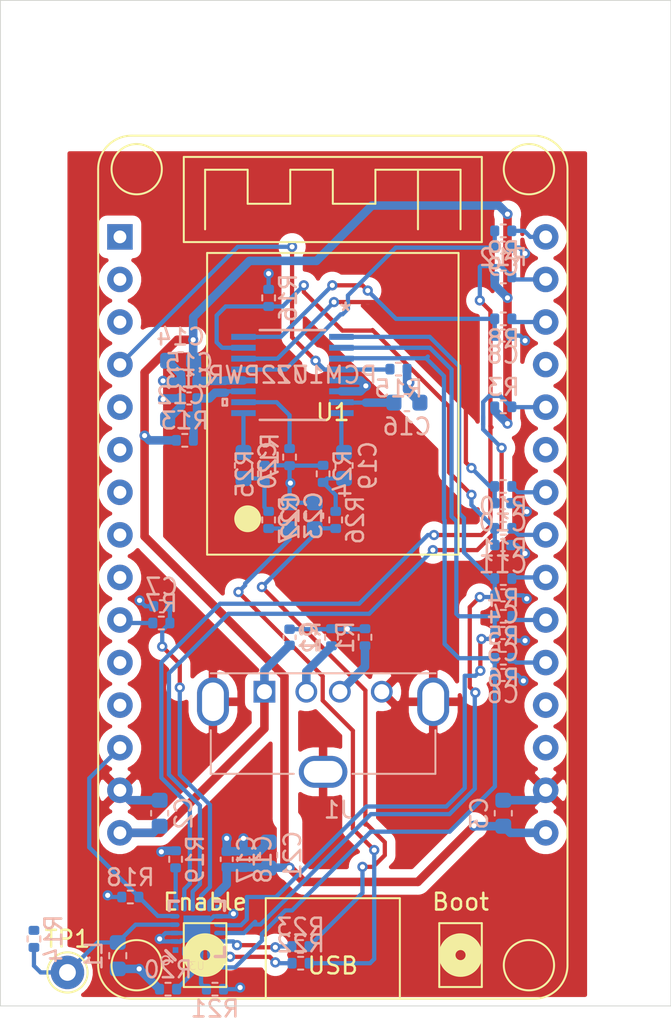
<source format=kicad_pcb>
(kicad_pcb (version 20171130) (host pcbnew "(5.1.9-0-10_14)")
  (layers (0 F.Cu signal) (31 B.Cu signal) (34 B.Paste user) (35 F.Paste user) (36 B.SilkS user) (37 F.SilkS user hide) (38 B.Mask user) (39 F.Mask user) (44 Edge.Cuts user))
  (net 0 "")
  (net 1 +5V)
  (net 2 GND)
  (net 3 +3V3)
  (net 4 I2S_WCLK)
  (net 5 I2S_DATA)
  (net 6 I2S_DCLK)
  (net 7 RADIO_REFCLK)
  (net 8 DAC_REFCLK)
  (net 9 SPI_MOSI)
  (net 10 SPI_CLK)
  (net 11 "Net-(C12-Pad1)")
  (net 12 "Net-(C16-Pad1)")
  (net 13 "Net-(C19-Pad1)")
  (net 14 "Net-(C19-Pad2)")
  (net 15 "Net-(C20-Pad2)")
  (net 16 "Net-(C20-Pad1)")
  (net 17 AUDIO_R)
  (net 18 AUDIO_L)
  (net 19 "Net-(J1-Pad2)")
  (net 20 "Net-(J1-Pad3)")
  (net 21 "Net-(L1-Pad1)")
  (net 22 I2C_SDA)
  (net 23 /I2S_WCLK_R)
  (net 24 /I2S_DATA_R)
  (net 25 /I2S_DCLK_R)
  (net 26 /RAD_CLK_R)
  (net 27 /DAC_CLK_R)
  (net 28 /SPI_MOSI_R)
  (net 29 /SPI_CLK_R)
  (net 30 /SPI_CS_R)
  (net 31 I2C_SCK)
  (net 32 /ANTENNA)
  (net 33 DAC_~RST~)
  (net 34 SPI_~CS~)
  (net 35 "Net-(R17-Pad1)")
  (net 36 RADIO_~RST~)
  (net 37 "Net-(R19-Pad1)")
  (net 38 "Net-(R20-Pad1)")
  (net 39 "Net-(R21-Pad1)")
  (net 40 "Net-(R22-Pad2)")
  (net 41 "Net-(R23-Pad2)")
  (net 42 "Net-(U1-Pad1)")
  (net 43 "Net-(U1-Pad2)")
  (net 44 "Net-(U1-Pad3)")
  (net 45 "Net-(U1-Pad5)")
  (net 46 "Net-(U1-Pad6)")
  (net 47 "Net-(U1-Pad7)")
  (net 48 "Net-(U1-Pad9)")
  (net 49 "Net-(U1-Pad11)")
  (net 50 "Net-(U1-Pad12)")
  (net 51 "Net-(U1-Pad18)")
  (net 52 "Net-(U1-Pad19)")
  (net 53 "Net-(U1-Pad25)")
  (net 54 "Net-(U1-Pad8)")
  (net 55 "Net-(U1-Pad27)")
  (module Capacitor_SMD:C_0402_1005Metric (layer B.Cu) (at 189.62 106.15 180)
    (fp_text reference C7 (at 0 1.16) (layer B.SilkS) (effects (justify mirror)))
    (fp_text value 22n)
    (pad 2 smd roundrect (at 0.48 0 180) (size 0.56 0.62) (layers B.Cu B.Paste B.Mask) (net 2 GND))
    (pad 1 smd roundrect (at -0.48 0 180) (size 0.56 0.62) (layers B.Cu B.Paste B.Mask) (net 7 RADIO_REFCLK))
  )
  (module Resistor_SMD:R_0402_1005Metric (layer B.Cu) (at 189.6 107.15 180)
    (fp_text reference R7 (at 0 1.17) (layer B.SilkS) (effects (justify mirror)))
    (fp_text value 100)
    (pad 1 smd roundrect (at -0.51 0 180) (size 0.54 0.64) (layers B.Cu B.Paste B.Mask) (net 7 RADIO_REFCLK))
    (pad 2 smd roundrect (at 0.51 0 180) (size 0.54 0.64) (layers B.Cu B.Paste B.Mask) (net 26 /RAD_CLK_R))
  )
  (module TestPoint:TestPoint_THTPad_D2.0mm_Drill1.0mm (layer F.Cu) (at 184 128)
    (fp_text reference TP1 (at 0 -1.998) (layer F.SilkS))
    (fp_text value TestPoint)
    (pad 1 thru_hole circle (at 0 0) (size 2 2) (drill 1) (layers *.Cu *.Mask) (net 21 "Net-(L1-Pad1)"))
  )
  (module Capacitor_SMD:C_0402_1005Metric (layer B.Cu) (at 197.25 108 90)
    (fp_text reference C1 (at 0 1.16 270) (layer B.SilkS) (effects (justify mirror)))
    (fp_text value 0.1u)
    (pad 1 smd roundrect (at -0.48 0 90) (size 0.56 0.62) (layers B.Cu B.Paste B.Mask) (net 1 +5V))
    (pad 2 smd roundrect (at 0.48 0 90) (size 0.56 0.62) (layers B.Cu B.Paste B.Mask) (net 2 GND))
  )
  (module Capacitor_SMD:C_0603_1608Metric (layer B.Cu) (at 189.5 118.5 90)
    (fp_text reference C2 (at 0 1.43 270) (layer B.SilkS) (effects (justify mirror)))
    (fp_text value 10u)
    (pad 2 smd roundrect (at 0.775 0 90) (size 0.9 0.95) (layers B.Cu B.Paste B.Mask) (net 2 GND))
    (pad 1 smd roundrect (at -0.775 0 90) (size 0.9 0.95) (layers B.Cu B.Paste B.Mask) (net 1 +5V))
  )
  (module Capacitor_SMD:C_0603_1608Metric (layer B.Cu) (at 210 118.5 270)
    (fp_text reference C3 (at 0 1.43 270) (layer B.SilkS) (effects (justify mirror)))
    (fp_text value 10u)
    (pad 1 smd roundrect (at -0.775 0 270) (size 0.9 0.95) (layers B.Cu B.Paste B.Mask) (net 2 GND))
    (pad 2 smd roundrect (at 0.775 0 270) (size 0.9 0.95) (layers B.Cu B.Paste B.Mask) (net 3 +3V3))
  )
  (module Capacitor_SMD:C_0402_1005Metric (layer B.Cu) (at 209.98 105.5)
    (fp_text reference C4 (at 0 1.16) (layer B.SilkS) (effects (justify mirror)))
    (fp_text value 22n)
    (pad 1 smd roundrect (at -0.48 0) (size 0.56 0.62) (layers B.Cu B.Paste B.Mask) (net 4 I2S_WCLK))
    (pad 2 smd roundrect (at 0.48 0) (size 0.56 0.62) (layers B.Cu B.Paste B.Mask) (net 2 GND))
  )
  (module Capacitor_SMD:C_0402_1005Metric (layer B.Cu) (at 209.98 107.75)
    (fp_text reference C5 (at 0 1.16) (layer B.SilkS) (effects (justify mirror)))
    (fp_text value 22n)
    (pad 2 smd roundrect (at 0.48 0) (size 0.56 0.62) (layers B.Cu B.Paste B.Mask) (net 2 GND))
    (pad 1 smd roundrect (at -0.48 0) (size 0.56 0.62) (layers B.Cu B.Paste B.Mask) (net 5 I2S_DATA))
  )
  (module Capacitor_SMD:C_0402_1005Metric (layer B.Cu) (at 209.98 110.25)
    (fp_text reference C6 (at 0 1.16) (layer B.SilkS) (effects (justify mirror)))
    (fp_text value 22n)
    (pad 1 smd roundrect (at -0.48 0) (size 0.56 0.62) (layers B.Cu B.Paste B.Mask) (net 6 I2S_DCLK))
    (pad 2 smd roundrect (at 0.48 0) (size 0.56 0.62) (layers B.Cu B.Paste B.Mask) (net 2 GND))
  )
  (module Capacitor_SMD:C_0402_1005Metric (layer B.Cu) (at 209.98 90)
    (fp_text reference C8 (at 0 1.16) (layer B.SilkS) (effects (justify mirror)))
    (fp_text value 22n)
    (pad 2 smd roundrect (at 0.48 0) (size 0.56 0.62) (layers B.Cu B.Paste B.Mask) (net 2 GND))
    (pad 1 smd roundrect (at -0.48 0) (size 0.56 0.62) (layers B.Cu B.Paste B.Mask) (net 8 DAC_REFCLK))
  )
  (module Capacitor_SMD:C_0402_1005Metric (layer B.Cu) (at 209.98 84.75)
    (fp_text reference C9 (at 0 1.16) (layer B.SilkS) (effects (justify mirror)))
    (fp_text value 22n)
    (pad 2 smd roundrect (at 0.48 0) (size 0.56 0.62) (layers B.Cu B.Paste B.Mask) (net 2 GND))
    (pad 1 smd roundrect (at -0.48 0) (size 0.56 0.62) (layers B.Cu B.Paste B.Mask) (net 9 SPI_MOSI))
  )
  (module Capacitor_SMD:C_0402_1005Metric (layer B.Cu) (at 209.98 100)
    (fp_text reference C10 (at 0 1.16) (layer B.SilkS) (effects (justify mirror)))
    (fp_text value 22n)
    (pad 1 smd roundrect (at -0.48 0) (size 0.56 0.62) (layers B.Cu B.Paste B.Mask) (net 10 SPI_CLK))
    (pad 2 smd roundrect (at 0.48 0) (size 0.56 0.62) (layers B.Cu B.Paste B.Mask) (net 2 GND))
  )
  (module Capacitor_SMD:C_0402_1005Metric (layer B.Cu) (at 209.98 102.5)
    (fp_text reference C11 (at 0 1.16) (layer B.SilkS) (effects (justify mirror)))
    (fp_text value 22n)
    (pad 1 smd roundrect (at -0.48 0) (size 0.56 0.62) (layers B.Cu B.Paste B.Mask) (net 34 SPI_~CS~))
    (pad 2 smd roundrect (at 0.48 0) (size 0.56 0.62) (layers B.Cu B.Paste B.Mask) (net 2 GND))
  )
  (module Capacitor_SMD:C_0603_1608Metric (layer B.Cu) (at 190.75 95 180)
    (fp_text reference C12 (at 0 1.43) (layer B.SilkS) (effects (justify mirror)))
    (fp_text value 10u)
    (pad 2 smd roundrect (at 0.775 0 180) (size 0.9 0.95) (layers B.Cu B.Paste B.Mask) (net 2 GND))
    (pad 1 smd roundrect (at -0.775 0 180) (size 0.9 0.95) (layers B.Cu B.Paste B.Mask) (net 11 "Net-(C12-Pad1)"))
  )
  (module Capacitor_SMD:C_0402_1005Metric (layer B.Cu) (at 191.25 93.75 180)
    (fp_text reference C13 (at 0 1.16) (layer B.SilkS) (effects (justify mirror)))
    (fp_text value 0.1u)
    (pad 1 smd roundrect (at -0.48 0 180) (size 0.56 0.62) (layers B.Cu B.Paste B.Mask) (net 11 "Net-(C12-Pad1)"))
    (pad 2 smd roundrect (at 0.48 0 180) (size 0.56 0.62) (layers B.Cu B.Paste B.Mask) (net 2 GND))
  )
  (module Capacitor_SMD:C_0603_1608Metric (layer B.Cu) (at 190.75 91.5 180)
    (fp_text reference C14 (at 0 1.43) (layer B.SilkS) (effects (justify mirror)))
    (fp_text value 10u)
    (pad 1 smd roundrect (at -0.775 0 180) (size 0.9 0.95) (layers B.Cu B.Paste B.Mask) (net 3 +3V3))
    (pad 2 smd roundrect (at 0.775 0 180) (size 0.9 0.95) (layers B.Cu B.Paste B.Mask) (net 2 GND))
  )
  (module Capacitor_SMD:C_0402_1005Metric (layer B.Cu) (at 191.25 92.75 180)
    (fp_text reference C15 (at 0 1.16) (layer B.SilkS) (effects (justify mirror)))
    (fp_text value 0.1u)
    (pad 2 smd roundrect (at 0.48 0 180) (size 0.56 0.62) (layers B.Cu B.Paste B.Mask) (net 2 GND))
    (pad 1 smd roundrect (at -0.48 0 180) (size 0.56 0.62) (layers B.Cu B.Paste B.Mask) (net 3 +3V3))
  )
  (module Capacitor_SMD:C_0603_1608Metric (layer B.Cu) (at 204.25 94)
    (fp_text reference C16 (at 0 1.43) (layer B.SilkS) (effects (justify mirror)))
    (fp_text value 10u)
    (pad 1 smd roundrect (at -0.775 0) (size 0.9 0.95) (layers B.Cu B.Paste B.Mask) (net 12 "Net-(C16-Pad1)"))
    (pad 2 smd roundrect (at 0.775 0) (size 0.9 0.95) (layers B.Cu B.Paste B.Mask) (net 2 GND))
  )
  (module Capacitor_SMD:C_0402_1005Metric (layer B.Cu) (at 193.5 121.25 90)
    (fp_text reference C17 (at 0 1.16 90) (layer B.SilkS) (effects (justify mirror)))
    (fp_text value 22n)
    (pad 1 smd roundrect (at -0.48 0 90) (size 0.56 0.62) (layers B.Cu B.Paste B.Mask) (net 3 +3V3))
    (pad 2 smd roundrect (at 0.48 0 90) (size 0.56 0.62) (layers B.Cu B.Paste B.Mask) (net 2 GND))
  )
  (module Capacitor_SMD:C_0402_1005Metric (layer B.Cu) (at 194.5 121.25 90)
    (fp_text reference C18 (at 0 1.16 90) (layer B.SilkS) (effects (justify mirror)))
    (fp_text value 0.1u)
    (pad 2 smd roundrect (at 0.48 0 90) (size 0.56 0.62) (layers B.Cu B.Paste B.Mask) (net 2 GND))
    (pad 1 smd roundrect (at -0.48 0 90) (size 0.56 0.62) (layers B.Cu B.Paste B.Mask) (net 3 +3V3))
  )
  (module Capacitor_SMD:C_0603_1608Metric (layer B.Cu) (at 200.5 97.75 90)
    (fp_text reference C19 (at 0 1.43 270) (layer B.SilkS) (effects (justify mirror)))
    (fp_text value 10u)
    (pad 1 smd roundrect (at -0.775 0 90) (size 0.9 0.95) (layers B.Cu B.Paste B.Mask) (net 13 "Net-(C19-Pad1)"))
    (pad 2 smd roundrect (at 0.775 0 90) (size 0.9 0.95) (layers B.Cu B.Paste B.Mask) (net 14 "Net-(C19-Pad2)"))
  )
  (module Capacitor_SMD:C_0603_1608Metric (layer B.Cu) (at 194.5 97.75 90)
    (fp_text reference C20 (at 0 1.43 270) (layer B.SilkS) (effects (justify mirror)))
    (fp_text value 10u)
    (pad 2 smd roundrect (at 0.775 0 90) (size 0.9 0.95) (layers B.Cu B.Paste B.Mask) (net 15 "Net-(C20-Pad2)"))
    (pad 1 smd roundrect (at -0.775 0 90) (size 0.9 0.95) (layers B.Cu B.Paste B.Mask) (net 16 "Net-(C20-Pad1)"))
  )
  (module Capacitor_SMD:C_0603_1608Metric (layer B.Cu) (at 196 121 90)
    (fp_text reference C21 (at 0 1.43 90) (layer B.SilkS) (effects (justify mirror)))
    (fp_text value 10u)
    (pad 2 smd roundrect (at 0.775 0 90) (size 0.9 0.95) (layers B.Cu B.Paste B.Mask) (net 2 GND))
    (pad 1 smd roundrect (at -0.775 0 90) (size 0.9 0.95) (layers B.Cu B.Paste B.Mask) (net 3 +3V3))
  )
  (module Capacitor_SMD:C_0603_1608Metric (layer B.Cu) (at 198.75 100.75 270)
    (fp_text reference C22 (at 0 1.43 270) (layer B.SilkS) (effects (justify mirror)))
    (fp_text value 10u)
    (pad 1 smd roundrect (at -0.775 0 270) (size 0.9 0.95) (layers B.Cu B.Paste B.Mask) (net 2 GND))
    (pad 2 smd roundrect (at 0.775 0 270) (size 0.9 0.95) (layers B.Cu B.Paste B.Mask) (net 17 AUDIO_R))
  )
  (module Capacitor_SMD:C_0603_1608Metric (layer B.Cu) (at 197.25 100.75 90)
    (fp_text reference C23 (at 0 1.43 270) (layer B.SilkS) (effects (justify mirror)))
    (fp_text value 10u)
    (pad 2 smd roundrect (at 0.775 0 90) (size 0.9 0.95) (layers B.Cu B.Paste B.Mask) (net 2 GND))
    (pad 1 smd roundrect (at -0.775 0 90) (size 0.9 0.95) (layers B.Cu B.Paste B.Mask) (net 18 AUDIO_L))
  )
  (module Connector_USB:USB_A_Molex_105057_Vertical (layer B.Cu) (at 195.75 111.25)
    (fp_text reference J1 (at 4.4 7.05) (layer B.SilkS) (effects (justify mirror)))
    (fp_text value USB_A)
    (pad 1 thru_hole rect (at 0 0) (size 1.3 1.3) (drill 0.9) (layers *.Cu *.Mask) (net 1 +5V))
    (pad 2 thru_hole circle (at 2.5 0) (size 1.3 1.3) (drill 0.9) (layers *.Cu *.Mask) (net 19 "Net-(J1-Pad2)"))
    (pad 3 thru_hole circle (at 4.5 0) (size 1.3 1.3) (drill 0.9) (layers *.Cu *.Mask) (net 20 "Net-(J1-Pad3)"))
    (pad 4 thru_hole circle (at 7 0) (size 1.3 1.3) (drill 0.9) (layers *.Cu *.Mask) (net 2 GND))
    (pad 5 thru_hole oval (at -3.07 0.6 180) (size 1.9 2.9) (drill oval 1.3 2.3) (layers *.Cu *.Mask) (net 2 GND))
    (pad 5 thru_hole oval (at 10.07 0.6) (size 1.9 2.9) (drill oval 1.3 2.3) (layers *.Cu *.Mask) (net 2 GND))
    (pad 5 thru_hole oval (at 3.5 4.78 270) (size 1.9 2.9) (drill oval 1.3 2.3) (layers *.Cu *.Mask) (net 2 GND))
  )
  (module Inductor_SMD:L_0603_1608Metric (layer B.Cu) (at 187 127 270)
    (fp_text reference L1 (at 0 1.43 270) (layer B.SilkS) (effects (justify mirror)))
    (fp_text value 120n)
    (pad 1 smd roundrect (at -0.7875 0 270) (size 0.875 0.95) (layers B.Cu B.Paste B.Mask) (net 21 "Net-(L1-Pad1)"))
    (pad 2 smd roundrect (at 0.7875 0 270) (size 0.875 0.95) (layers B.Cu B.Paste B.Mask) (net 2 GND))
  )
  (module Resistor_SMD:R_0402_1005Metric (layer B.Cu) (at 201.75 108 270)
    (fp_text reference R1 (at 0 1.17 270) (layer B.SilkS) (effects (justify mirror)))
    (fp_text value 0)
    (pad 2 smd roundrect (at 0.51 0 270) (size 0.54 0.64) (layers B.Cu B.Paste B.Mask) (net 20 "Net-(J1-Pad3)"))
    (pad 1 smd roundrect (at -0.51 0 270) (size 0.54 0.64) (layers B.Cu B.Paste B.Mask) (net 2 GND))
  )
  (module Resistor_SMD:R_0402_1005Metric (layer B.Cu) (at 199.75 108 270)
    (fp_text reference R2 (at 0 1.17 270) (layer B.SilkS) (effects (justify mirror)))
    (fp_text value 0)
    (pad 1 smd roundrect (at -0.51 0 270) (size 0.54 0.64) (layers B.Cu B.Paste B.Mask) (net 2 GND))
    (pad 2 smd roundrect (at 0.51 0 270) (size 0.54 0.64) (layers B.Cu B.Paste B.Mask) (net 19 "Net-(J1-Pad2)"))
  )
  (module Resistor_SMD:R_0402_1005Metric (layer B.Cu) (at 210 94.25 180)
    (fp_text reference R3 (at 0 1.17) (layer B.SilkS) (effects (justify mirror)))
    (fp_text value 4.7k)
    (pad 2 smd roundrect (at 0.51 0 180) (size 0.54 0.64) (layers B.Cu B.Paste B.Mask) (net 3 +3V3))
    (pad 1 smd roundrect (at -0.51 0 180) (size 0.54 0.64) (layers B.Cu B.Paste B.Mask) (net 22 I2C_SDA))
  )
  (module Resistor_SMD:R_0402_1005Metric (layer B.Cu) (at 210 104.5)
    (fp_text reference R4 (at 0 1.17) (layer B.SilkS) (effects (justify mirror)))
    (fp_text value 100)
    (pad 1 smd roundrect (at -0.51 0) (size 0.54 0.64) (layers B.Cu B.Paste B.Mask) (net 4 I2S_WCLK))
    (pad 2 smd roundrect (at 0.51 0) (size 0.54 0.64) (layers B.Cu B.Paste B.Mask) (net 23 /I2S_WCLK_R))
  )
  (module Resistor_SMD:R_0402_1005Metric (layer B.Cu) (at 210 106.75)
    (fp_text reference R5 (at 0 1.17) (layer B.SilkS) (effects (justify mirror)))
    (fp_text value 100)
    (pad 2 smd roundrect (at 0.51 0) (size 0.54 0.64) (layers B.Cu B.Paste B.Mask) (net 24 /I2S_DATA_R))
    (pad 1 smd roundrect (at -0.51 0) (size 0.54 0.64) (layers B.Cu B.Paste B.Mask) (net 5 I2S_DATA))
  )
  (module Resistor_SMD:R_0402_1005Metric (layer B.Cu) (at 210 109.25)
    (fp_text reference R6 (at 0 1.17) (layer B.SilkS) (effects (justify mirror)))
    (fp_text value 100)
    (pad 1 smd roundrect (at -0.51 0) (size 0.54 0.64) (layers B.Cu B.Paste B.Mask) (net 6 I2S_DCLK))
    (pad 2 smd roundrect (at 0.51 0) (size 0.54 0.64) (layers B.Cu B.Paste B.Mask) (net 25 /I2S_DCLK_R))
  )
  (module Resistor_SMD:R_0402_1005Metric (layer B.Cu) (at 210 89)
    (fp_text reference R8 (at 0 1.17) (layer B.SilkS) (effects (justify mirror)))
    (fp_text value 100)
    (pad 1 smd roundrect (at -0.51 0) (size 0.54 0.64) (layers B.Cu B.Paste B.Mask) (net 8 DAC_REFCLK))
    (pad 2 smd roundrect (at 0.51 0) (size 0.54 0.64) (layers B.Cu B.Paste B.Mask) (net 27 /DAC_CLK_R))
  )
  (module Resistor_SMD:R_0402_1005Metric (layer B.Cu) (at 210 83.75)
    (fp_text reference R9 (at 0 1.17) (layer B.SilkS) (effects (justify mirror)))
    (fp_text value 100)
    (pad 2 smd roundrect (at 0.51 0) (size 0.54 0.64) (layers B.Cu B.Paste B.Mask) (net 28 /SPI_MOSI_R))
    (pad 1 smd roundrect (at -0.51 0) (size 0.54 0.64) (layers B.Cu B.Paste B.Mask) (net 9 SPI_MOSI))
  )
  (module Resistor_SMD:R_0402_1005Metric (layer B.Cu) (at 210 99)
    (fp_text reference R10 (at 0 1.17) (layer B.SilkS) (effects (justify mirror)))
    (fp_text value 100)
    (pad 2 smd roundrect (at 0.51 0) (size 0.54 0.64) (layers B.Cu B.Paste B.Mask) (net 29 /SPI_CLK_R))
    (pad 1 smd roundrect (at -0.51 0) (size 0.54 0.64) (layers B.Cu B.Paste B.Mask) (net 10 SPI_CLK))
  )
  (module Resistor_SMD:R_0402_1005Metric (layer B.Cu) (at 210 101.5)
    (fp_text reference R11 (at 0 1.17) (layer B.SilkS) (effects (justify mirror)))
    (fp_text value 100)
    (pad 1 smd roundrect (at -0.51 0) (size 0.54 0.64) (layers B.Cu B.Paste B.Mask) (net 34 SPI_~CS~))
    (pad 2 smd roundrect (at 0.51 0) (size 0.54 0.64) (layers B.Cu B.Paste B.Mask) (net 30 /SPI_CS_R))
  )
  (module Resistor_SMD:R_0402_1005Metric (layer B.Cu) (at 210 86.5 180)
    (fp_text reference R12 (at 0 1.17) (layer B.SilkS) (effects (justify mirror)))
    (fp_text value 4.7k)
    (pad 1 smd roundrect (at -0.51 0 180) (size 0.54 0.64) (layers B.Cu B.Paste B.Mask) (net 31 I2C_SCK))
    (pad 2 smd roundrect (at 0.51 0 180) (size 0.54 0.64) (layers B.Cu B.Paste B.Mask) (net 3 +3V3))
  )
  (module Resistor_SMD:R_0402_1005Metric (layer B.Cu) (at 191 96.25 180)
    (fp_text reference R13 (at 0 1.17) (layer B.SilkS) (effects (justify mirror)))
    (fp_text value 1)
    (pad 1 smd roundrect (at -0.51 0 180) (size 0.54 0.64) (layers B.Cu B.Paste B.Mask) (net 11 "Net-(C12-Pad1)"))
    (pad 2 smd roundrect (at 0.51 0 180) (size 0.54 0.64) (layers B.Cu B.Paste B.Mask) (net 3 +3V3))
  )
  (module Resistor_SMD:R_0402_1005Metric (layer B.Cu) (at 182 126 90)
    (fp_text reference R14 (at 0 1.17 90) (layer B.SilkS) (effects (justify mirror)))
    (fp_text value 0)
    (pad 2 smd roundrect (at 0.51 0 90) (size 0.54 0.64) (layers B.Cu B.Paste B.Mask) (net 32 /ANTENNA))
    (pad 1 smd roundrect (at -0.51 0 90) (size 0.54 0.64) (layers B.Cu B.Paste B.Mask) (net 21 "Net-(L1-Pad1)"))
  )
  (module Resistor_SMD:R_0402_1005Metric (layer B.Cu) (at 203.75 92)
    (fp_text reference R15 (at 0 1.17 180) (layer B.SilkS) (effects (justify mirror)))
    (fp_text value 10k)
    (pad 1 smd roundrect (at -0.51 0) (size 0.54 0.64) (layers B.Cu B.Paste B.Mask) (net 33 DAC_~RST~))
    (pad 2 smd roundrect (at 0.51 0) (size 0.54 0.64) (layers B.Cu B.Paste B.Mask) (net 2 GND))
  )
  (module Resistor_SMD:R_0402_1005Metric (layer B.Cu) (at 196 87.75 90)
    (fp_text reference R16 (at 0 1.17 270) (layer B.SilkS) (effects (justify mirror)))
    (fp_text value 10k)
    (pad 2 smd roundrect (at 0.51 0 90) (size 0.54 0.64) (layers B.Cu B.Paste B.Mask) (net 2 GND))
    (pad 1 smd roundrect (at -0.51 0 90) (size 0.54 0.64) (layers B.Cu B.Paste B.Mask) (net 34 SPI_~CS~))
  )
  (module Resistor_SMD:R_0402_1005Metric (layer B.Cu) (at 197.25 97.25 270)
    (fp_text reference R17 (at 0 1.17 270) (layer B.SilkS) (effects (justify mirror)))
    (fp_text value 100)
    (pad 2 smd roundrect (at 0.51 0 270) (size 0.54 0.64) (layers B.Cu B.Paste B.Mask) (net 2 GND))
    (pad 1 smd roundrect (at -0.51 0 270) (size 0.54 0.64) (layers B.Cu B.Paste B.Mask) (net 35 "Net-(R17-Pad1)"))
  )
  (module Resistor_SMD:R_0402_1005Metric (layer B.Cu) (at 187.75 123.5 180)
    (fp_text reference R18 (at 0 1.17 180) (layer B.SilkS) (effects (justify mirror)))
    (fp_text value 10k)
    (pad 2 smd roundrect (at 0.51 0 180) (size 0.54 0.64) (layers B.Cu B.Paste B.Mask) (net 2 GND))
    (pad 1 smd roundrect (at -0.51 0 180) (size 0.54 0.64) (layers B.Cu B.Paste B.Mask) (net 36 RADIO_~RST~))
  )
  (module Resistor_SMD:R_0402_1005Metric (layer B.Cu) (at 190.45 121.25 90)
    (fp_text reference R19 (at 0 1.17 -90) (layer B.SilkS) (effects (justify mirror)))
    (fp_text value 10k)
    (pad 2 smd roundrect (at 0.51 0 90) (size 0.54 0.64) (layers B.Cu B.Paste B.Mask) (net 2 GND))
    (pad 1 smd roundrect (at -0.51 0 90) (size 0.54 0.64) (layers B.Cu B.Paste B.Mask) (net 37 "Net-(R19-Pad1)"))
  )
  (module Resistor_SMD:R_0402_1005Metric (layer B.Cu) (at 190 129 180)
    (fp_text reference R20 (at 0 1.17 180) (layer B.SilkS) (effects (justify mirror)))
    (fp_text value 10k)
    (pad 2 smd roundrect (at 0.51 0 180) (size 0.54 0.64) (layers B.Cu B.Paste B.Mask) (net 2 GND))
    (pad 1 smd roundrect (at -0.51 0 180) (size 0.54 0.64) (layers B.Cu B.Paste B.Mask) (net 38 "Net-(R20-Pad1)"))
  )
  (module Resistor_SMD:R_0402_1005Metric (layer B.Cu) (at 192.8 129)
    (fp_text reference R21 (at 0 1.17 180) (layer B.SilkS) (effects (justify mirror)))
    (fp_text value 10k)
    (pad 1 smd roundrect (at -0.51 0) (size 0.54 0.64) (layers B.Cu B.Paste B.Mask) (net 39 "Net-(R21-Pad1)"))
    (pad 2 smd roundrect (at 0.51 0) (size 0.54 0.64) (layers B.Cu B.Paste B.Mask) (net 2 GND))
  )
  (module Resistor_SMD:R_0402_1005Metric (layer B.Cu) (at 197.91 127.45 180)
    (fp_text reference R22 (at 0 1.17) (layer B.SilkS) (effects (justify mirror)))
    (fp_text value 100)
    (pad 1 smd roundrect (at -0.51 0 180) (size 0.54 0.64) (layers B.Cu B.Paste B.Mask) (net 18 AUDIO_L))
    (pad 2 smd roundrect (at 0.51 0 180) (size 0.54 0.64) (layers B.Cu B.Paste B.Mask) (net 40 "Net-(R22-Pad2)"))
  )
  (module Resistor_SMD:R_0402_1005Metric (layer B.Cu) (at 197.9 126.45 180)
    (fp_text reference R23 (at 0 1.17) (layer B.SilkS) (effects (justify mirror)))
    (fp_text value 100)
    (pad 2 smd roundrect (at 0.51 0 180) (size 0.54 0.64) (layers B.Cu B.Paste B.Mask) (net 41 "Net-(R23-Pad2)"))
    (pad 1 smd roundrect (at -0.51 0 180) (size 0.54 0.64) (layers B.Cu B.Paste B.Mask) (net 17 AUDIO_R))
  )
  (module Resistor_SMD:R_0402_1005Metric (layer B.Cu) (at 199.25 98.25 90)
    (fp_text reference R24 (at 0 1.17 270) (layer B.SilkS) (effects (justify mirror)))
    (fp_text value 220k)
    (pad 1 smd roundrect (at -0.51 0 90) (size 0.54 0.64) (layers B.Cu B.Paste B.Mask) (net 13 "Net-(C19-Pad1)"))
    (pad 2 smd roundrect (at 0.51 0 90) (size 0.54 0.64) (layers B.Cu B.Paste B.Mask) (net 2 GND))
  )
  (module Resistor_SMD:R_0402_1005Metric (layer B.Cu) (at 195.75 98.25 270)
    (fp_text reference R25 (at 0 1.17 270) (layer B.SilkS) (effects (justify mirror)))
    (fp_text value 220k)
    (pad 1 smd roundrect (at -0.51 0 270) (size 0.54 0.64) (layers B.Cu B.Paste B.Mask) (net 2 GND))
    (pad 2 smd roundrect (at 0.51 0 270) (size 0.54 0.64) (layers B.Cu B.Paste B.Mask) (net 16 "Net-(C20-Pad1)"))
  )
  (module Resistor_SMD:R_0402_1005Metric (layer B.Cu) (at 200 101 90)
    (fp_text reference R26 (at 0 1.17 270) (layer B.SilkS) (effects (justify mirror)))
    (fp_text value 100)
    (pad 2 smd roundrect (at 0.51 0 90) (size 0.54 0.64) (layers B.Cu B.Paste B.Mask) (net 13 "Net-(C19-Pad1)"))
    (pad 1 smd roundrect (at -0.51 0 90) (size 0.54 0.64) (layers B.Cu B.Paste B.Mask) (net 17 AUDIO_R))
  )
  (module Resistor_SMD:R_0402_1005Metric (layer B.Cu) (at 196 101 90)
    (fp_text reference R27 (at 0 1.17 270) (layer B.SilkS) (effects (justify mirror)))
    (fp_text value 100)
    (pad 1 smd roundrect (at -0.51 0 90) (size 0.54 0.64) (layers B.Cu B.Paste B.Mask) (net 18 AUDIO_L))
    (pad 2 smd roundrect (at 0.51 0 90) (size 0.54 0.64) (layers B.Cu B.Paste B.Mask) (net 16 "Net-(C20-Pad1)"))
  )
  (module esp32_devkit_v1_doit:esp32_devkit_v1_doit (layer F.Cu) (at 199.830001 84.110001)
    (fp_text reference U1 (at 0 10.47) (layer F.SilkS))
    (fp_text value ESP32_DevKit_V1_DOIT)
    (fp_text user Enable (at -7.62 39.68) (layer F.SilkS))
    (fp_text user Boot (at 7.62 39.68) (layer F.SilkS))
    (fp_text user USB (at 0 43.49) (layer F.SilkS))
    (pad 30 thru_hole circle (at 12.7 0) (size 1.524 1.524) (drill 0.762) (layers *.Cu *.Mask) (net 28 /SPI_MOSI_R))
    (pad 29 thru_hole circle (at 12.7 2.54) (size 1.524 1.524) (drill 0.762) (layers *.Cu *.Mask) (net 31 I2C_SCK))
    (pad 28 thru_hole circle (at 12.7 5.08) (size 1.524 1.524) (drill 0.762) (layers *.Cu *.Mask) (net 27 /DAC_CLK_R))
    (pad 27 thru_hole circle (at 12.7 7.62) (size 1.524 1.524) (drill 0.762) (layers *.Cu *.Mask) (net 55 "Net-(U1-Pad27)"))
    (pad 26 thru_hole circle (at 12.7 10.16) (size 1.524 1.524) (drill 0.762) (layers *.Cu *.Mask) (net 22 I2C_SDA))
    (pad 25 thru_hole circle (at 12.7 12.7) (size 1.524 1.524) (drill 0.762) (layers *.Cu *.Mask) (net 53 "Net-(U1-Pad25)"))
    (pad 24 thru_hole circle (at 12.7 15.24) (size 1.524 1.524) (drill 0.762) (layers *.Cu *.Mask) (net 29 /SPI_CLK_R))
    (pad 23 thru_hole circle (at 12.7 17.78) (size 1.524 1.524) (drill 0.762) (layers *.Cu *.Mask) (net 30 /SPI_CS_R))
    (pad 22 thru_hole circle (at 12.7 20.32) (size 1.524 1.524) (drill 0.762) (layers *.Cu *.Mask) (net 23 /I2S_WCLK_R))
    (pad 21 thru_hole circle (at 12.7 22.86) (size 1.524 1.524) (drill 0.762) (layers *.Cu *.Mask) (net 24 /I2S_DATA_R))
    (pad 20 thru_hole circle (at 12.7 25.4) (size 1.524 1.524) (drill 0.762) (layers *.Cu *.Mask) (net 25 /I2S_DCLK_R))
    (pad 19 thru_hole circle (at 12.7 27.94) (size 1.524 1.524) (drill 0.762) (layers *.Cu *.Mask) (net 52 "Net-(U1-Pad19)"))
    (pad 18 thru_hole circle (at 12.7 30.48) (size 1.524 1.524) (drill 0.762) (layers *.Cu *.Mask) (net 51 "Net-(U1-Pad18)"))
    (pad 17 thru_hole circle (at 12.7 33.02) (size 1.524 1.524) (drill 0.762) (layers *.Cu *.Mask) (net 2 GND))
    (pad 16 thru_hole circle (at 12.7 35.56) (size 1.524 1.524) (drill 0.762) (layers *.Cu *.Mask) (net 3 +3V3))
    (pad 15 thru_hole circle (at -12.7 35.56) (size 1.524 1.524) (drill 0.762) (layers *.Cu *.Mask) (net 1 +5V))
    (pad 14 thru_hole circle (at -12.7 33.02) (size 1.524 1.524) (drill 0.762) (layers *.Cu *.Mask) (net 2 GND))
    (pad 13 thru_hole circle (at -12.7 30.48) (size 1.524 1.524) (drill 0.762) (layers *.Cu *.Mask) (net 36 RADIO_~RST~))
    (pad 12 thru_hole circle (at -12.7 27.94) (size 1.524 1.524) (drill 0.762) (layers *.Cu *.Mask) (net 50 "Net-(U1-Pad12)"))
    (pad 11 thru_hole circle (at -12.7 25.4) (size 1.524 1.524) (drill 0.762) (layers *.Cu *.Mask) (net 49 "Net-(U1-Pad11)"))
    (pad 10 thru_hole circle (at -12.7 22.86) (size 1.524 1.524) (drill 0.762) (layers *.Cu *.Mask) (net 26 /RAD_CLK_R))
    (pad 9 thru_hole circle (at -12.7 20.32) (size 1.524 1.524) (drill 0.762) (layers *.Cu *.Mask) (net 48 "Net-(U1-Pad9)"))
    (pad 8 thru_hole circle (at -12.7 17.78) (size 1.524 1.524) (drill 0.762) (layers *.Cu *.Mask) (net 54 "Net-(U1-Pad8)"))
    (pad 7 thru_hole circle (at -12.7 15.24) (size 1.524 1.524) (drill 0.762) (layers *.Cu *.Mask) (net 47 "Net-(U1-Pad7)"))
    (pad 6 thru_hole circle (at -12.7 12.7) (size 1.524 1.524) (drill 0.762) (layers *.Cu *.Mask) (net 46 "Net-(U1-Pad6)"))
    (pad 5 thru_hole circle (at -12.7 10.16) (size 1.524 1.524) (drill 0.762) (layers *.Cu *.Mask) (net 45 "Net-(U1-Pad5)"))
    (pad 4 thru_hole circle (at -12.7 7.62) (size 1.524 1.524) (drill 0.762) (layers *.Cu *.Mask) (net 33 DAC_~RST~))
    (pad 3 thru_hole circle (at -12.7 5.08) (size 1.524 1.524) (drill 0.762) (layers *.Cu *.Mask) (net 44 "Net-(U1-Pad3)"))
    (pad 2 thru_hole circle (at -12.7 2.54) (size 1.524 1.524) (drill 0.762) (layers *.Cu *.Mask) (net 43 "Net-(U1-Pad2)"))
    (pad 1 thru_hole rect (at -12.7 0) (size 1.524 1.524) (drill 0.762) (layers *.Cu *.Mask) (net 42 "Net-(U1-Pad1)"))
  )
  (module footprints:PCM1772PWR (layer B.Cu) (at 197.42 92.35 180)
    (fp_text reference U2 (at 0 0) (layer B.SilkS) (effects (justify mirror)))
    (fp_text value PCM1772PWR (at 0 0) (layer B.SilkS) (effects (justify mirror)))
    (fp_text user * (at -3.175 3.7728) (layer B.SilkS) (effects (justify mirror)))
    (fp_text user * (at -3.175 3.7728) (layer B.SilkS) (effects (justify mirror)))
    (pad 1 smd rect (at -2.921 2.274999 180) (size 1.461999 0.3548) (layers B.Cu B.Paste B.Mask) (net 4 I2S_WCLK))
    (pad 2 smd rect (at -2.921 1.625001 180) (size 1.461999 0.3548) (layers B.Cu B.Paste B.Mask) (net 5 I2S_DATA))
    (pad 3 smd rect (at -2.921 0.974999 180) (size 1.461999 0.3548) (layers B.Cu B.Paste B.Mask) (net 6 I2S_DCLK))
    (pad 4 smd rect (at -2.921 0.325001 180) (size 1.461999 0.3548) (layers B.Cu B.Paste B.Mask) (net 33 DAC_~RST~))
    (pad 5 smd rect (at -2.921 -0.324998 180) (size 1.461999 0.3548) (layers B.Cu B.Paste B.Mask) (net 2 GND))
    (pad 6 smd rect (at -2.921 -0.974999 180) (size 1.461999 0.3548) (layers B.Cu B.Paste B.Mask) (net 2 GND))
    (pad 7 smd rect (at -2.921 -1.624998 180) (size 1.461999 0.3548) (layers B.Cu B.Paste B.Mask) (net 12 "Net-(C16-Pad1)"))
    (pad 8 smd rect (at -2.921 -2.274999 180) (size 1.461999 0.3548) (layers B.Cu B.Paste B.Mask) (net 14 "Net-(C19-Pad2)"))
    (pad 9 smd rect (at 2.921 -2.274999 180) (size 1.461999 0.3548) (layers B.Cu B.Paste B.Mask) (net 15 "Net-(C20-Pad2)"))
    (pad 10 smd rect (at 2.921 -1.625001 180) (size 1.461999 0.3548) (layers B.Cu B.Paste B.Mask) (net 35 "Net-(R17-Pad1)"))
    (pad 11 smd rect (at 2.921 -0.974999 180) (size 1.461999 0.3548) (layers B.Cu B.Paste B.Mask) (net 11 "Net-(C12-Pad1)"))
    (pad 12 smd rect (at 2.921 -0.325001 180) (size 1.461999 0.3548) (layers B.Cu B.Paste B.Mask) (net 3 +3V3))
    (pad 13 smd rect (at 2.921 0.324998 180) (size 1.461999 0.3548) (layers B.Cu B.Paste B.Mask) (net 9 SPI_MOSI))
    (pad 14 smd rect (at 2.921 0.974999 180) (size 1.461999 0.3548) (layers B.Cu B.Paste B.Mask) (net 10 SPI_CLK))
    (pad 15 smd rect (at 2.921 1.624998 180) (size 1.461999 0.3548) (layers B.Cu B.Paste B.Mask) (net 34 SPI_~CS~))
    (pad 16 smd rect (at 2.921 2.274999 180) (size 1.461999 0.3548) (layers B.Cu B.Paste B.Mask) (net 8 DAC_REFCLK))
  )
  (module SI4721:QFN-20-3X3MM (layer B.Cu) (at 191.72 125.4)
    (fp_text reference U3 (at 0 2.2098) (layer B.SilkS) (effects (font (size 0.48 0.48) (thickness 0.015)) (justify mirror)))
    (fp_text value SI4721)
    (pad 2 smd oval (at -1.335 0.75) (size 0.61 0.28) (layers B.Cu B.Paste B.Mask) (net 2 GND))
    (pad 3 smd oval (at -1.335 0.25) (size 0.61 0.28) (layers B.Cu B.Paste B.Mask) (net 2 GND))
    (pad 4 smd oval (at -1.335 -0.25) (size 0.61 0.28) (layers B.Cu B.Paste B.Mask) (net 21 "Net-(L1-Pad1)"))
    (pad 5 smd oval (at -1.335 -0.75) (size 0.61 0.28) (layers B.Cu B.Paste B.Mask) (net 36 RADIO_~RST~))
    (pad 6 smd rect (at -1.265 -1.265) (size 0.34 0.34) (layers B.Cu B.Paste B.Mask) (net 37 "Net-(R19-Pad1)"))
    (pad 7 smd oval (at -0.75 -1.335) (size 0.28 0.61) (layers B.Cu B.Paste B.Mask) (net 31 I2C_SCK))
    (pad 8 smd oval (at -0.25 -1.335) (size 0.28 0.61) (layers B.Cu B.Paste B.Mask) (net 22 I2C_SDA))
    (pad 9 smd oval (at 0.25 -1.335) (size 0.28 0.61) (layers B.Cu B.Paste B.Mask) (net 7 RADIO_REFCLK))
    (pad 10 smd oval (at 0.75 -1.335) (size 0.28 0.61) (layers B.Cu B.Paste B.Mask) (net 3 +3V3))
    (pad 11 smd rect (at 1.265 -1.265) (size 0.34 0.34) (layers B.Cu B.Paste B.Mask) (net 3 +3V3))
    (pad 12 smd oval (at 1.335 -0.75) (size 0.61 0.28) (layers B.Cu B.Paste B.Mask) (net 2 GND))
    (pad 13 smd oval (at 1.335 -0.25) (size 0.61 0.28) (layers B.Cu B.Paste B.Mask) (net 5 I2S_DATA))
    (pad 14 smd oval (at 1.335 0.25) (size 0.61 0.28) (layers B.Cu B.Paste B.Mask) (net 4 I2S_WCLK))
    (pad 15 smd oval (at 1.335 0.75) (size 0.61 0.28) (layers B.Cu B.Paste B.Mask) (net 41 "Net-(R23-Pad2)"))
    (pad 16 smd rect (at 1.265 1.265) (size 0.34 0.34) (layers B.Cu B.Paste B.Mask) (net 40 "Net-(R22-Pad2)"))
    (pad 17 smd oval (at 0.75 1.335) (size 0.28 0.61) (layers B.Cu B.Paste B.Mask) (net 6 I2S_DCLK))
    (pad 18 smd oval (at 0.25 1.335) (size 0.28 0.61) (layers B.Cu B.Paste B.Mask) (net 39 "Net-(R21-Pad1)"))
    (pad 19 smd oval (at -0.25 1.335) (size 0.28 0.61) (layers B.Cu B.Paste B.Mask) (net 38 "Net-(R20-Pad1)"))
    (pad 20 smd oval (at -0.75 1.335) (size 0.28 0.61) (layers B.Cu B.Paste B.Mask))
    (pad 21 smd rect (at 0 0) (size 1.6 1.6) (layers B.Cu) (net 2 GND))
    (pad 1 smd rect (at -1.275 1.265) (size 0.34 0.34) (layers B.Cu B.Paste B.Mask))
  )
  (gr_line (start 220 70) (end 220 130) (layer Edge.Cuts) (width 0.05))
  (gr_line (start 180 130) (end 180 70) (layer Edge.Cuts) (width 0.05))
  (gr_line (start 220 130) (end 180 130) (layer Edge.Cuts) (width 0.05))
  (gr_line (start 180 70) (end 220 70) (layer Edge.Cuts) (width 0.05))
  (segment (start 189.104999 119.670001) (end 189.5 119.275) (width 0.508) (layer B.Cu) (net 1))
  (segment (start 187.130001 119.670001) (end 189.104999 119.670001) (width 0.508) (layer B.Cu) (net 1))
  (segment (start 195.75 109.98) (end 197.25 108.48) (width 0.508) (layer B.Cu) (net 1))
  (segment (start 195.75 111.25) (end 195.75 109.98) (width 0.508) (layer B.Cu) (net 1))
  (segment (start 195.75 111.25) (end 195.75 113.45) (width 0.508) (layer F.Cu) (net 1))
  (segment (start 189.529999 119.670001) (end 187.130001 119.670001) (width 0.508) (layer F.Cu) (net 1))
  (segment (start 195.75 113.45) (end 189.529999 119.670001) (width 0.508) (layer F.Cu) (net 1))
  (via (at 189.7 92.7) (size 0.6096) (drill 0.3048) (layers F.Cu B.Cu) (net 2))
  (via (at 189.7 93.8) (size 0.6096) (drill 0.3048) (layers F.Cu B.Cu) (net 2))
  (segment (start 190.77 92.295) (end 190.77 92.75) (width 0.508) (layer B.Cu) (net 2))
  (segment (start 189.975 91.5) (end 190.77 92.295) (width 0.508) (layer B.Cu) (net 2))
  (segment (start 189.75 92.75) (end 189.7 92.7) (width 0.508) (layer B.Cu) (net 2))
  (segment (start 190.77 92.75) (end 189.75 92.75) (width 0.508) (layer B.Cu) (net 2))
  (segment (start 189.75 93.75) (end 189.7 93.8) (width 0.508) (layer B.Cu) (net 2))
  (segment (start 190.77 93.75) (end 189.75 93.75) (width 0.508) (layer B.Cu) (net 2))
  (segment (start 189.975 95) (end 190 95) (width 0.508) (layer B.Cu) (net 2))
  (segment (start 190.77 94.23) (end 190.77 93.75) (width 0.508) (layer B.Cu) (net 2))
  (segment (start 190 95) (end 190.77 94.23) (width 0.508) (layer B.Cu) (net 2))
  (segment (start 200.341 92.674998) (end 201.474998 92.674998) (width 0.508) (layer B.Cu) (net 2))
  (via (at 201.8 93) (size 0.6096) (drill 0.3048) (layers F.Cu B.Cu) (net 2))
  (segment (start 201.474998 92.674998) (end 201.8 93) (width 0.508) (layer B.Cu) (net 2))
  (segment (start 201.475001 93.324999) (end 201.8 93) (width 0.508) (layer B.Cu) (net 2))
  (segment (start 200.341 93.324999) (end 201.475001 93.324999) (width 0.508) (layer B.Cu) (net 2))
  (segment (start 211.935002 117.725) (end 212.530001 117.130001) (width 0.508) (layer B.Cu) (net 2))
  (segment (start 210 117.725) (end 211.935002 117.725) (width 0.508) (layer B.Cu) (net 2))
  (segment (start 192.729549 124.65) (end 193.055 124.65) (width 0.254) (layer B.Cu) (net 2))
  (segment (start 191.979549 125.4) (end 192.729549 124.65) (width 0.254) (layer B.Cu) (net 2))
  (segment (start 191.72 125.4) (end 191.979549 125.4) (width 0.254) (layer B.Cu) (net 2))
  (segment (start 191.47 125.65) (end 191.72 125.4) (width 0.254) (layer B.Cu) (net 2))
  (segment (start 190.385 125.65) (end 191.47 125.65) (width 0.254) (layer B.Cu) (net 2))
  (segment (start 190.385 126.15) (end 190.402999 126.167999) (width 0.254) (layer B.Cu) (net 2))
  (segment (start 190.71155 126.167999) (end 190.776559 126.10299) (width 0.254) (layer B.Cu) (net 2))
  (segment (start 190.402999 126.167999) (end 190.71155 126.167999) (width 0.254) (layer B.Cu) (net 2))
  (segment (start 191.01701 126.10299) (end 191.72 125.4) (width 0.254) (layer B.Cu) (net 2))
  (segment (start 190.776559 126.10299) (end 191.01701 126.10299) (width 0.254) (layer B.Cu) (net 2))
  (via (at 189.5 126) (size 0.6096) (drill 0.3048) (layers F.Cu B.Cu) (net 2))
  (segment (start 189.65 126.15) (end 189.5 126) (width 0.254) (layer B.Cu) (net 2))
  (segment (start 190.385 126.15) (end 189.65 126.15) (width 0.254) (layer B.Cu) (net 2))
  (segment (start 189.85 125.65) (end 189.5 126) (width 0.254) (layer B.Cu) (net 2))
  (segment (start 190.385 125.65) (end 189.85 125.65) (width 0.254) (layer B.Cu) (net 2))
  (via (at 193.9 124.5) (size 0.6096) (drill 0.3048) (layers F.Cu B.Cu) (net 2))
  (segment (start 193.75 124.65) (end 193.9 124.5) (width 0.254) (layer B.Cu) (net 2))
  (segment (start 193.055 124.65) (end 193.75 124.65) (width 0.254) (layer B.Cu) (net 2))
  (segment (start 187.725 117.725) (end 187.130001 117.130001) (width 0.508) (layer B.Cu) (net 2))
  (segment (start 189.5 117.725) (end 187.725 117.725) (width 0.508) (layer B.Cu) (net 2))
  (segment (start 196 87.24) (end 196 87.2) (width 0.254) (layer B.Cu) (net 2))
  (via (at 196 86.3) (size 0.6096) (drill 0.3048) (layers F.Cu B.Cu) (net 2))
  (segment (start 196 87.2) (end 196 86.3) (width 0.254) (layer B.Cu) (net 2))
  (segment (start 204.26 93.235) (end 205.025 94) (width 0.508) (layer B.Cu) (net 2))
  (segment (start 204.26 92) (end 204.26 93.235) (width 0.508) (layer B.Cu) (net 2))
  (via (at 211.3 90.3) (size 0.6096) (drill 0.3048) (layers F.Cu B.Cu) (net 2))
  (segment (start 211 90) (end 211.3 90.3) (width 0.254) (layer B.Cu) (net 2))
  (segment (start 210.46 90) (end 211 90) (width 0.254) (layer B.Cu) (net 2))
  (via (at 211.3 85.1) (size 0.6096) (drill 0.3048) (layers F.Cu B.Cu) (net 2))
  (segment (start 210.95 84.75) (end 211.3 85.1) (width 0.254) (layer B.Cu) (net 2))
  (segment (start 210.46 84.75) (end 210.95 84.75) (width 0.254) (layer B.Cu) (net 2))
  (via (at 211.3 103) (size 0.6096) (drill 0.3048) (layers F.Cu B.Cu) (net 2))
  (segment (start 210.8 102.5) (end 211.3 103) (width 0.254) (layer B.Cu) (net 2))
  (segment (start 210.46 102.5) (end 210.8 102.5) (width 0.254) (layer B.Cu) (net 2))
  (segment (start 211.2 105.5) (end 211.4 105.7) (width 0.254) (layer B.Cu) (net 2))
  (via (at 211.4 105.7) (size 0.6096) (drill 0.3048) (layers F.Cu B.Cu) (net 2))
  (segment (start 210.46 105.5) (end 211.2 105.5) (width 0.254) (layer B.Cu) (net 2))
  (segment (start 210.46 107.75) (end 210.46 107.84) (width 0.254) (layer B.Cu) (net 2))
  (via (at 211.3 108.2) (size 0.6096) (drill 0.3048) (layers F.Cu B.Cu) (net 2))
  (segment (start 210.82 108.2) (end 211.3 108.2) (width 0.254) (layer B.Cu) (net 2))
  (segment (start 210.46 107.84) (end 210.82 108.2) (width 0.254) (layer B.Cu) (net 2))
  (via (at 211.2 110.6) (size 0.6096) (drill 0.3048) (layers F.Cu B.Cu) (net 2))
  (segment (start 210.85 110.25) (end 211.2 110.6) (width 0.254) (layer B.Cu) (net 2))
  (segment (start 210.46 110.25) (end 210.85 110.25) (width 0.254) (layer B.Cu) (net 2))
  (segment (start 188.65 106.15) (end 188.3 105.8) (width 0.254) (layer B.Cu) (net 2))
  (via (at 188.3 105.8) (size 0.6096) (drill 0.3048) (layers F.Cu B.Cu) (net 2))
  (segment (start 189.14 106.15) (end 188.65 106.15) (width 0.254) (layer B.Cu) (net 2))
  (segment (start 197.23 97.74) (end 197.25 97.76) (width 0.254) (layer B.Cu) (net 2))
  (segment (start 195.75 97.74) (end 197.23 97.74) (width 0.254) (layer B.Cu) (net 2))
  (segment (start 199.23 97.76) (end 199.25 97.74) (width 0.254) (layer B.Cu) (net 2))
  (segment (start 197.25 97.76) (end 199.23 97.76) (width 0.254) (layer B.Cu) (net 2))
  (segment (start 198.75 99.975) (end 197.25 99.975) (width 0.254) (layer B.Cu) (net 2))
  (segment (start 197.25 97.76) (end 197.25 98.75) (width 0.254) (layer B.Cu) (net 2))
  (via (at 197.3 98.8) (size 0.6096) (drill 0.3048) (layers F.Cu B.Cu) (net 2))
  (segment (start 197.25 98.75) (end 197.3 98.8) (width 0.254) (layer B.Cu) (net 2))
  (segment (start 197.25 98.75) (end 197.25 99.975) (width 0.254) (layer B.Cu) (net 2))
  (via (at 211.4 100.5) (size 0.6096) (drill 0.3048) (layers F.Cu B.Cu) (net 2))
  (segment (start 210.9 100) (end 211.4 100.5) (width 0.254) (layer B.Cu) (net 2))
  (segment (start 210.46 100) (end 210.9 100) (width 0.254) (layer B.Cu) (net 2))
  (segment (start 186.5 123.5) (end 186.4 123.4) (width 0.254) (layer B.Cu) (net 2))
  (via (at 186.4 123.4) (size 0.6096) (drill 0.3048) (layers F.Cu B.Cu) (net 2))
  (segment (start 187.24 123.5) (end 186.5 123.5) (width 0.254) (layer B.Cu) (net 2))
  (segment (start 188.2775 127.7875) (end 189.49 129) (width 0.508) (layer B.Cu) (net 2))
  (segment (start 187 127.7875) (end 188.2775 127.7875) (width 0.508) (layer B.Cu) (net 2))
  (via (at 188.2775 127.7875) (size 0.6096) (drill 0.3048) (layers F.Cu B.Cu) (net 2))
  (via (at 189.6 120.8) (size 0.6096) (drill 0.3048) (layers F.Cu B.Cu) (net 2))
  (segment (start 189.66 120.74) (end 189.6 120.8) (width 0.508) (layer B.Cu) (net 2))
  (segment (start 190.45 120.74) (end 189.66 120.74) (width 0.508) (layer B.Cu) (net 2))
  (segment (start 193.5 120.77) (end 194.5 120.77) (width 0.508) (layer B.Cu) (net 2))
  (segment (start 195.455 120.77) (end 196 120.225) (width 0.508) (layer B.Cu) (net 2))
  (segment (start 195.455 120.77) (end 194.5 120.77) (width 0.508) (layer B.Cu) (net 2))
  (via (at 194.5 120) (size 0.6096) (drill 0.3048) (layers F.Cu B.Cu) (net 2))
  (segment (start 194.5 120.77) (end 194.5 120) (width 0.508) (layer B.Cu) (net 2))
  (via (at 193.5 120) (size 0.6096) (drill 0.3048) (layers F.Cu B.Cu) (net 2))
  (segment (start 193.5 120.77) (end 193.5 120) (width 0.508) (layer B.Cu) (net 2))
  (segment (start 201.72 107.52) (end 201.75 107.49) (width 0.254) (layer B.Cu) (net 2))
  (via (at 200.7 107.5) (size 0.6096) (drill 0.3048) (layers F.Cu B.Cu) (net 2))
  (segment (start 200.68 107.52) (end 200.7 107.5) (width 0.254) (layer B.Cu) (net 2))
  (segment (start 197.25 107.52) (end 200.68 107.52) (width 0.254) (layer B.Cu) (net 2))
  (segment (start 200.68 107.52) (end 201.72 107.52) (width 0.254) (layer B.Cu) (net 2))
  (via (at 194.3 128.9) (size 0.6096) (drill 0.3048) (layers F.Cu B.Cu) (net 2))
  (segment (start 194.2 129) (end 194.3 128.9) (width 0.254) (layer B.Cu) (net 2))
  (segment (start 193.31 129) (end 194.2 129) (width 0.254) (layer B.Cu) (net 2))
  (segment (start 204.26 93.235) (end 204.26 92.94) (width 0.508) (layer B.Cu) (net 2))
  (via (at 204.396758 92.803242) (size 0.6096) (drill 0.3048) (layers F.Cu B.Cu) (net 2))
  (segment (start 204.26 92.94) (end 204.396758 92.803242) (width 0.508) (layer B.Cu) (net 2))
  (segment (start 191.78 92.7) (end 191.73 92.75) (width 0.508) (layer B.Cu) (net 3))
  (segment (start 192.8 92.7) (end 191.78 92.7) (width 0.508) (layer B.Cu) (net 3))
  (segment (start 193.423397 92.675001) (end 194.499 92.675001) (width 0.508) (layer B.Cu) (net 3))
  (segment (start 193.398398 92.7) (end 193.423397 92.675001) (width 0.508) (layer B.Cu) (net 3))
  (segment (start 192.8 92.7) (end 193.398398 92.7) (width 0.508) (layer B.Cu) (net 3))
  (segment (start 191.525 91.5) (end 191.6 91.5) (width 0.508) (layer B.Cu) (net 3))
  (segment (start 191.73 91.63) (end 191.73 92.75) (width 0.508) (layer B.Cu) (net 3))
  (segment (start 191.6 91.5) (end 191.73 91.63) (width 0.508) (layer B.Cu) (net 3))
  (segment (start 212.530001 119.670001) (end 212.530001 119.719999) (width 0.508) (layer B.Cu) (net 3))
  (segment (start 210 119.275) (end 210.025 119.275) (width 0.508) (layer B.Cu) (net 3))
  (segment (start 210.420001 119.670001) (end 212.530001 119.670001) (width 0.508) (layer B.Cu) (net 3))
  (segment (start 210.025 119.275) (end 210.420001 119.670001) (width 0.508) (layer B.Cu) (net 3))
  (via (at 208.25 119.25) (size 0.6096) (drill 0.3048) (layers F.Cu B.Cu) (net 3))
  (segment (start 208.275 119.275) (end 208.25 119.25) (width 0.508) (layer B.Cu) (net 3))
  (segment (start 210 119.275) (end 208.275 119.275) (width 0.508) (layer B.Cu) (net 3))
  (via (at 197.25 121.75) (size 0.6096) (drill 0.3048) (layers F.Cu B.Cu) (net 3))
  (segment (start 196.025 121.75) (end 196 121.775) (width 0.508) (layer B.Cu) (net 3))
  (segment (start 197.25 121.75) (end 196.025 121.75) (width 0.508) (layer B.Cu) (net 3))
  (segment (start 195.955 121.73) (end 196 121.775) (width 0.508) (layer B.Cu) (net 3))
  (segment (start 194.5 121.73) (end 195.955 121.73) (width 0.508) (layer B.Cu) (net 3))
  (segment (start 193.5 121.73) (end 194.5 121.73) (width 0.508) (layer B.Cu) (net 3))
  (via (at 191.5 90.25) (size 0.6096) (drill 0.3048) (layers F.Cu B.Cu) (net 3))
  (segment (start 191.5 91.475) (end 191.525 91.5) (width 0.508) (layer B.Cu) (net 3))
  (segment (start 191.5 90.25) (end 191.5 91.475) (width 0.508) (layer B.Cu) (net 3))
  (via (at 210.25 82.75) (size 0.6096) (drill 0.3048) (layers F.Cu B.Cu) (net 3))
  (via (at 210.25 95.25) (size 0.6096) (drill 0.3048) (layers F.Cu B.Cu) (net 3))
  (segment (start 209.49 94.49) (end 210.25 95.25) (width 0.508) (layer B.Cu) (net 3))
  (segment (start 209.49 94.25) (end 209.49 94.49) (width 0.508) (layer B.Cu) (net 3))
  (via (at 210.25 87.75) (size 0.6096) (drill 0.3048) (layers F.Cu B.Cu) (net 3))
  (segment (start 209.49 86.5) (end 209.49 86.99) (width 0.508) (layer B.Cu) (net 3))
  (segment (start 209.49 86.99) (end 210.25 87.75) (width 0.508) (layer B.Cu) (net 3))
  (segment (start 210.25 87.75) (end 210.25 95.25) (width 0.508) (layer F.Cu) (net 3))
  (segment (start 210.25 82.75) (end 210.25 87.75) (width 0.508) (layer F.Cu) (net 3))
  (segment (start 193.5 121.73) (end 193.5 122.75) (width 0.508) (layer B.Cu) (net 3))
  (segment (start 193.5 122.75) (end 193 123.25) (width 0.508) (layer B.Cu) (net 3))
  (segment (start 192.47 124.065) (end 192.47 123.78) (width 0.254) (layer B.Cu) (net 3))
  (segment (start 192.47 123.78) (end 193 123.25) (width 0.254) (layer B.Cu) (net 3))
  (segment (start 191.5 88.9) (end 191.5 89.2) (width 0.508) (layer B.Cu) (net 3))
  (segment (start 194.858801 85.541199) (end 191.5 88.9) (width 0.508) (layer B.Cu) (net 3))
  (segment (start 191.5 89.2) (end 191.5 90.25) (width 0.508) (layer B.Cu) (net 3))
  (segment (start 198.858801 85.541199) (end 194.858801 85.541199) (width 0.508) (layer B.Cu) (net 3))
  (segment (start 202.158801 82.241199) (end 198.858801 85.541199) (width 0.508) (layer B.Cu) (net 3))
  (segment (start 209.741199 82.241199) (end 202.158801 82.241199) (width 0.508) (layer B.Cu) (net 3))
  (segment (start 210.25 82.75) (end 209.741199 82.241199) (width 0.508) (layer B.Cu) (net 3))
  (segment (start 198.1 122.6) (end 197.25 121.75) (width 0.508) (layer F.Cu) (net 3))
  (segment (start 204.9 122.6) (end 198.1 122.6) (width 0.508) (layer F.Cu) (net 3))
  (segment (start 208.25 119.25) (end 204.9 122.6) (width 0.508) (layer F.Cu) (net 3))
  (via (at 188.600006 95.967602) (size 0.6096) (drill 0.3048) (layers F.Cu B.Cu) (net 3))
  (segment (start 196.945201 110.327999) (end 188.600006 101.982804) (width 0.508) (layer F.Cu) (net 3))
  (segment (start 188.882404 96.25) (end 188.600006 95.967602) (width 0.508) (layer B.Cu) (net 3))
  (segment (start 197.25 121.75) (end 196.945201 121.445201) (width 0.508) (layer F.Cu) (net 3))
  (segment (start 188.600006 101.982804) (end 188.600006 95.967602) (width 0.508) (layer F.Cu) (net 3))
  (segment (start 196.945201 121.445201) (end 196.945201 110.327999) (width 0.508) (layer F.Cu) (net 3))
  (segment (start 190.49 96.25) (end 188.882404 96.25) (width 0.508) (layer B.Cu) (net 3))
  (segment (start 188.600006 92.199994) (end 188.600006 95.967602) (width 0.508) (layer F.Cu) (net 3))
  (segment (start 190.55 90.25) (end 188.600006 92.199994) (width 0.508) (layer F.Cu) (net 3))
  (segment (start 191.5 90.25) (end 190.55 90.25) (width 0.508) (layer F.Cu) (net 3))
  (segment (start 209.49 105.49) (end 209.5 105.5) (width 0.254) (layer B.Cu) (net 4))
  (segment (start 209.49 104.5) (end 209.49 105.49) (width 0.254) (layer B.Cu) (net 4))
  (segment (start 193.055 125.65) (end 194.527132 125.65) (width 0.254) (layer B.Cu) (net 4))
  (segment (start 202.103924 118.55401) (end 206.788057 118.55401) (width 0.254) (layer B.Cu) (net 4))
  (segment (start 195.038566 125.138566) (end 195.519368 125.138566) (width 0.254) (layer B.Cu) (net 4))
  (segment (start 195.038566 125.138566) (end 195.2 124.977132) (width 0.254) (layer B.Cu) (net 4))
  (segment (start 195.519368 125.138566) (end 202.103924 118.55401) (width 0.254) (layer B.Cu) (net 4))
  (segment (start 206.788057 118.55401) (end 208.3 117.042067) (width 0.254) (layer B.Cu) (net 4))
  (segment (start 194.527132 125.65) (end 195.038566 125.138566) (width 0.254) (layer B.Cu) (net 4))
  (segment (start 208.3 117.042067) (end 208.3 111.6) (width 0.254) (layer B.Cu) (net 4))
  (via (at 208.3318 111.3) (size 0.6096) (drill 0.3048) (layers F.Cu B.Cu) (net 4))
  (segment (start 208.3 111.3318) (end 208.3318 111.3) (width 0.254) (layer B.Cu) (net 4))
  (segment (start 208.3 111.6) (end 208.3 111.3318) (width 0.254) (layer B.Cu) (net 4))
  (via (at 208.6 105.6) (size 0.6096) (drill 0.3048) (layers F.Cu B.Cu) (net 4))
  (segment (start 209.4 105.6) (end 209.5 105.5) (width 0.254) (layer B.Cu) (net 4))
  (segment (start 208.6 105.6) (end 209.4 105.6) (width 0.254) (layer B.Cu) (net 4))
  (segment (start 208 106.2) (end 208.6 105.6) (width 0.254) (layer F.Cu) (net 4))
  (segment (start 208 110.9682) (end 208 106.2) (width 0.254) (layer F.Cu) (net 4))
  (segment (start 208.3318 111.3) (end 208 110.9682) (width 0.254) (layer F.Cu) (net 4))
  (segment (start 200.341 90.075001) (end 205.609134 90.075001) (width 0.254) (layer B.Cu) (net 4))
  (segment (start 207.368198 91.834065) (end 207.368198 100.603266) (width 0.254) (layer B.Cu) (net 4))
  (segment (start 207.65401 100.889078) (end 207.65401 102.93401) (width 0.254) (layer B.Cu) (net 4))
  (segment (start 207.65401 102.93401) (end 209.22 104.5) (width 0.254) (layer B.Cu) (net 4))
  (segment (start 207.368198 100.603266) (end 207.65401 100.889078) (width 0.254) (layer B.Cu) (net 4))
  (segment (start 205.609134 90.075001) (end 207.368198 91.834065) (width 0.254) (layer B.Cu) (net 4))
  (segment (start 209.22 104.5) (end 209.49 104.5) (width 0.254) (layer B.Cu) (net 4))
  (segment (start 209.49 107.74) (end 209.5 107.75) (width 0.254) (layer B.Cu) (net 5))
  (segment (start 209.49 106.75) (end 209.49 107.74) (width 0.254) (layer B.Cu) (net 5))
  (segment (start 193.08799 125.18299) (end 194.352076 125.18299) (width 0.254) (layer B.Cu) (net 5))
  (segment (start 194.7 124.835066) (end 194.7 123.5) (width 0.254) (layer B.Cu) (net 5))
  (segment (start 194.352076 125.18299) (end 194.7 124.835066) (width 0.254) (layer B.Cu) (net 5))
  (segment (start 193.055 125.15) (end 193.08799 125.18299) (width 0.254) (layer B.Cu) (net 5))
  (segment (start 196.435066 123.5) (end 200.835066 119.1) (width 0.254) (layer B.Cu) (net 5))
  (segment (start 194.7 123.5) (end 196.435066 123.5) (width 0.254) (layer B.Cu) (net 5))
  (segment (start 200.835066 119.1) (end 201.835066 118.1) (width 0.254) (layer B.Cu) (net 5))
  (segment (start 201.835066 118.1) (end 206.6 118.1) (width 0.254) (layer B.Cu) (net 5))
  (segment (start 206.6 118.1) (end 207.7 117) (width 0.254) (layer B.Cu) (net 5))
  (segment (start 207.7 117) (end 207.7 110.3) (width 0.254) (layer B.Cu) (net 5))
  (via (at 208.6318 110) (size 0.6096) (drill 0.3048) (layers F.Cu B.Cu) (net 5))
  (segment (start 208.3318 110.3) (end 208.6318 110) (width 0.254) (layer B.Cu) (net 5))
  (segment (start 207.7 110.3) (end 208.3318 110.3) (width 0.254) (layer B.Cu) (net 5))
  (via (at 208.7 108.1) (size 0.6096) (drill 0.3048) (layers F.Cu B.Cu) (net 5))
  (segment (start 208.6318 108.1682) (end 208.7 108.1) (width 0.254) (layer F.Cu) (net 5))
  (segment (start 208.6318 110) (end 208.6318 108.1682) (width 0.254) (layer F.Cu) (net 5))
  (segment (start 209.15 108.1) (end 209.5 107.75) (width 0.254) (layer B.Cu) (net 5))
  (segment (start 208.7 108.1) (end 209.15 108.1) (width 0.254) (layer B.Cu) (net 5))
  (segment (start 206.914188 92.022123) (end 206.914188 100.791324) (width 0.254) (layer B.Cu) (net 5))
  (segment (start 207.2 101.077136) (end 207.2 106.6) (width 0.254) (layer B.Cu) (net 5))
  (segment (start 207.35 106.75) (end 209.49 106.75) (width 0.254) (layer B.Cu) (net 5))
  (segment (start 207.2 106.6) (end 207.35 106.75) (width 0.254) (layer B.Cu) (net 5))
  (segment (start 206.914188 100.791324) (end 207.2 101.077136) (width 0.254) (layer B.Cu) (net 5))
  (segment (start 205.617064 90.724999) (end 206.914188 92.022123) (width 0.254) (layer B.Cu) (net 5))
  (segment (start 200.341 90.724999) (end 205.617064 90.724999) (width 0.254) (layer B.Cu) (net 5))
  (segment (start 209.49 110.24) (end 209.5 110.25) (width 0.254) (layer B.Cu) (net 6))
  (segment (start 209.49 109.25) (end 209.49 110.24) (width 0.254) (layer B.Cu) (net 6))
  (segment (start 194 127.7) (end 195.6 126.1) (width 0.254) (layer B.Cu) (net 6))
  (segment (start 193.091398 127.7) (end 194 127.7) (width 0.254) (layer B.Cu) (net 6))
  (segment (start 192.47 127.078602) (end 193.091398 127.7) (width 0.254) (layer B.Cu) (net 6))
  (segment (start 192.47 126.735) (end 192.47 127.078602) (width 0.254) (layer B.Cu) (net 6))
  (segment (start 195.6 126.1) (end 195.6 125.7) (width 0.254) (layer B.Cu) (net 6))
  (segment (start 195.6 125.7) (end 197 124.3) (width 0.254) (layer B.Cu) (net 6))
  (segment (start 205.39701 91.35299) (end 205.5 91.25) (width 0.254) (layer B.Cu) (net 6))
  (segment (start 200.341 91.375001) (end 200.363011 91.35299) (width 0.254) (layer B.Cu) (net 6))
  (segment (start 200.363011 91.35299) (end 205.39701 91.35299) (width 0.254) (layer B.Cu) (net 6))
  (segment (start 197 124.3) (end 197.4 124.3) (width 0.254) (layer B.Cu) (net 6))
  (segment (start 197.4 124.3) (end 202.1 119.6) (width 0.254) (layer B.Cu) (net 6))
  (segment (start 202.1 119.6) (end 206.8 119.6) (width 0.254) (layer B.Cu) (net 6))
  (segment (start 209.5 116.9) (end 209.5 110.25) (width 0.254) (layer B.Cu) (net 6))
  (segment (start 206.8 119.6) (end 209.5 116.9) (width 0.254) (layer B.Cu) (net 6))
  (segment (start 206.5 101.019204) (end 206.5 108.4) (width 0.254) (layer B.Cu) (net 6))
  (segment (start 206.460178 100.979382) (end 206.5 101.019204) (width 0.254) (layer B.Cu) (net 6))
  (segment (start 207.35 109.25) (end 209.49 109.25) (width 0.254) (layer B.Cu) (net 6))
  (segment (start 206.460178 92.416158) (end 206.460178 100.979382) (width 0.254) (layer B.Cu) (net 6))
  (segment (start 206.5 108.4) (end 207.35 109.25) (width 0.254) (layer B.Cu) (net 6))
  (segment (start 205.39701 91.35299) (end 206.460178 92.416158) (width 0.254) (layer B.Cu) (net 6))
  (via (at 190.7 111) (size 0.6096) (drill 0.3048) (layers F.Cu B.Cu) (net 7))
  (via (at 189.653249 108.553249) (size 0.6096) (drill 0.3048) (layers F.Cu B.Cu) (net 7))
  (segment (start 190.7 109.6) (end 189.653249 108.553249) (width 0.254) (layer F.Cu) (net 7))
  (segment (start 190.7 111) (end 190.7 109.6) (width 0.254) (layer F.Cu) (net 7))
  (segment (start 189.653249 107.606751) (end 190.11 107.15) (width 0.254) (layer B.Cu) (net 7))
  (segment (start 189.653249 108.553249) (end 189.653249 107.606751) (width 0.254) (layer B.Cu) (net 7))
  (segment (start 190.11 106.16) (end 190.1 106.15) (width 0.254) (layer B.Cu) (net 7))
  (segment (start 190.11 107.15) (end 190.11 106.16) (width 0.254) (layer B.Cu) (net 7))
  (segment (start 190.7 116.2) (end 190.7 111) (width 0.254) (layer B.Cu) (net 7))
  (segment (start 192.5 118) (end 190.7 116.2) (width 0.254) (layer B.Cu) (net 7))
  (segment (start 192.5 122.9) (end 192.5 118) (width 0.254) (layer B.Cu) (net 7))
  (segment (start 191.97 123.43) (end 192.5 122.9) (width 0.254) (layer B.Cu) (net 7))
  (segment (start 191.97 124.065) (end 191.97 123.43) (width 0.254) (layer B.Cu) (net 7))
  (segment (start 209.49 89.99) (end 209.5 90) (width 0.254) (layer B.Cu) (net 8))
  (segment (start 209.49 89) (end 209.49 89.99) (width 0.254) (layer B.Cu) (net 8))
  (segment (start 194.499 90.075001) (end 196.724999 90.075001) (width 0.254) (layer B.Cu) (net 8))
  (segment (start 196.724999 90.075001) (end 199.8 87) (width 0.254) (layer B.Cu) (net 8))
  (via (at 199.8 87) (size 0.6096) (drill 0.3048) (layers F.Cu B.Cu) (net 8))
  (segment (start 201.6 87) (end 201.914284 87.314284) (width 0.254) (layer F.Cu) (net 8))
  (via (at 201.914284 87.314284) (size 0.6096) (drill 0.3048) (layers F.Cu B.Cu) (net 8))
  (segment (start 199.8 87) (end 201.6 87) (width 0.254) (layer F.Cu) (net 8))
  (segment (start 203.6 89) (end 209.49 89) (width 0.254) (layer B.Cu) (net 8))
  (segment (start 201.914284 87.314284) (end 203.6 89) (width 0.254) (layer B.Cu) (net 8))
  (segment (start 209.49 84.74) (end 209.5 84.75) (width 0.254) (layer B.Cu) (net 9))
  (segment (start 209.49 83.75) (end 209.49 84.74) (width 0.254) (layer B.Cu) (net 9))
  (segment (start 209.22 84.75) (end 209.5 84.75) (width 0.254) (layer B.Cu) (net 9))
  (segment (start 197.010064 92.025002) (end 200.303265 88.731801) (width 0.254) (layer B.Cu) (net 9))
  (segment (start 203.585066 84.75) (end 209.22 84.75) (width 0.254) (layer B.Cu) (net 9))
  (segment (start 200.731801 87.603265) (end 203.585066 84.75) (width 0.254) (layer B.Cu) (net 9))
  (segment (start 200.731801 88.403265) (end 200.731801 87.603265) (width 0.254) (layer B.Cu) (net 9))
  (segment (start 200.403265 88.731801) (end 200.731801 88.403265) (width 0.254) (layer B.Cu) (net 9))
  (segment (start 200.303265 88.731801) (end 200.403265 88.731801) (width 0.254) (layer B.Cu) (net 9))
  (segment (start 194.499 92.025002) (end 197.010064 92.025002) (width 0.254) (layer B.Cu) (net 9))
  (segment (start 209.49 99.99) (end 209.5 100) (width 0.254) (layer B.Cu) (net 10))
  (segment (start 209.49 99) (end 209.49 99.99) (width 0.254) (layer B.Cu) (net 10))
  (via (at 199.899998 88) (size 0.6096) (drill 0.3048) (layers F.Cu B.Cu) (net 10))
  (segment (start 194.499 91.375001) (end 196.524997 91.375001) (width 0.254) (layer B.Cu) (net 10))
  (segment (start 196.524997 91.375001) (end 199.899998 88) (width 0.254) (layer B.Cu) (net 10))
  (segment (start 209.49 99) (end 209.200002 99) (width 0.254) (layer B.Cu) (net 10))
  (via (at 208.100002 97.9) (size 0.6096) (drill 0.3048) (layers F.Cu B.Cu) (net 10))
  (segment (start 209.200002 99) (end 208.100002 97.9) (width 0.254) (layer B.Cu) (net 10))
  (segment (start 207.768199 97.568197) (end 208.100002 97.9) (width 0.254) (layer F.Cu) (net 10))
  (segment (start 207.768199 92.568199) (end 207.768199 97.568197) (width 0.254) (layer F.Cu) (net 10))
  (segment (start 203.2 88) (end 207.768199 92.568199) (width 0.254) (layer F.Cu) (net 10))
  (segment (start 199.899998 88) (end 203.2 88) (width 0.254) (layer F.Cu) (net 10))
  (segment (start 191.525 95) (end 191.6 95) (width 0.508) (layer B.Cu) (net 11))
  (segment (start 191.73 94.87) (end 191.73 93.75) (width 0.508) (layer B.Cu) (net 11))
  (segment (start 191.6 95) (end 191.73 94.87) (width 0.508) (layer B.Cu) (net 11))
  (segment (start 193.283011 93.324999) (end 193.2 93.40801) (width 0.254) (layer B.Cu) (net 11))
  (segment (start 194.499 93.324999) (end 193.283011 93.324999) (width 0.254) (layer B.Cu) (net 11))
  (segment (start 192.45801 93.75) (end 192.8 93.40801) (width 0.508) (layer B.Cu) (net 11))
  (segment (start 192.8 93.40801) (end 193.4 93.40801) (width 0.508) (layer B.Cu) (net 11))
  (segment (start 191.73 93.75) (end 192.45801 93.75) (width 0.508) (layer B.Cu) (net 11))
  (segment (start 191.525 96.235) (end 191.51 96.25) (width 0.508) (layer B.Cu) (net 11))
  (segment (start 191.525 95) (end 191.525 96.235) (width 0.508) (layer B.Cu) (net 11))
  (segment (start 203.475 94) (end 201.801277 94) (width 0.508) (layer B.Cu) (net 12))
  (segment (start 200.474998 93.974998) (end 200.5 94) (width 0.254) (layer B.Cu) (net 12))
  (segment (start 200.5 94) (end 201.801277 94) (width 0.254) (layer B.Cu) (net 12))
  (segment (start 200.341 93.974998) (end 200.474998 93.974998) (width 0.254) (layer B.Cu) (net 12))
  (segment (start 199.485 98.525) (end 199.25 98.76) (width 0.254) (layer B.Cu) (net 13))
  (segment (start 200.5 98.525) (end 199.485 98.525) (width 0.254) (layer B.Cu) (net 13))
  (segment (start 200 99.51) (end 200 100.49) (width 0.254) (layer B.Cu) (net 13))
  (segment (start 199.25 98.76) (end 200 99.51) (width 0.254) (layer B.Cu) (net 13))
  (segment (start 200.341 96.816) (end 200.5 96.975) (width 0.254) (layer B.Cu) (net 14))
  (segment (start 200.341 94.624999) (end 200.341 96.816) (width 0.254) (layer B.Cu) (net 14))
  (segment (start 194.499 96.974) (end 194.5 96.975) (width 0.254) (layer B.Cu) (net 15))
  (segment (start 194.499 94.624999) (end 194.499 96.974) (width 0.254) (layer B.Cu) (net 15))
  (segment (start 195.515 98.525) (end 195.75 98.76) (width 0.254) (layer B.Cu) (net 16))
  (segment (start 194.5 98.525) (end 195.515 98.525) (width 0.254) (layer B.Cu) (net 16))
  (segment (start 195.75 100.24) (end 196 100.49) (width 0.254) (layer B.Cu) (net 16))
  (segment (start 195.75 98.76) (end 195.75 100.24) (width 0.254) (layer B.Cu) (net 16))
  (segment (start 200 101.51) (end 200 101.5) (width 0.254) (layer B.Cu) (net 17))
  (segment (start 198.775 101.5) (end 198.75 101.525) (width 0.254) (layer B.Cu) (net 17))
  (segment (start 200 101.5) (end 198.775 101.5) (width 0.254) (layer B.Cu) (net 17))
  (segment (start 198.75 101.525) (end 198.75 101.55) (width 0.254) (layer B.Cu) (net 17))
  (segment (start 198.75 101.525) (end 198.75 101.85) (width 0.254) (layer B.Cu) (net 17))
  (via (at 195.6 105) (size 0.6096) (drill 0.3048) (layers F.Cu B.Cu) (net 17))
  (segment (start 198.75 101.85) (end 195.6 105) (width 0.254) (layer B.Cu) (net 17))
  (segment (start 201.772999 111.172999) (end 201.772999 119.172999) (width 0.254) (layer F.Cu) (net 17))
  (segment (start 195.6 105) (end 201.772999 111.172999) (width 0.254) (layer F.Cu) (net 17))
  (segment (start 201.772999 119.172999) (end 201.872999 119.172999) (width 0.254) (layer F.Cu) (net 17))
  (segment (start 202.235066 121.7) (end 201.6 121.7) (width 0.254) (layer F.Cu) (net 17))
  (via (at 201.6 121.7) (size 0.6096) (drill 0.3048) (layers F.Cu B.Cu) (net 17))
  (segment (start 202.931801 121.003265) (end 202.235066 121.7) (width 0.254) (layer F.Cu) (net 17))
  (segment (start 202.931801 120.231801) (end 202.931801 121.003265) (width 0.254) (layer F.Cu) (net 17))
  (segment (start 201.872999 119.172999) (end 202.931801 120.231801) (width 0.254) (layer F.Cu) (net 17))
  (segment (start 201.6 123.26) (end 198.41 126.45) (width 0.254) (layer B.Cu) (net 17))
  (segment (start 201.6 121.7) (end 201.6 123.26) (width 0.254) (layer B.Cu) (net 17))
  (segment (start 197.235 101.51) (end 197.25 101.525) (width 0.254) (layer B.Cu) (net 18))
  (segment (start 196 101.51) (end 197.235 101.51) (width 0.254) (layer B.Cu) (net 18))
  (segment (start 197.25 101.525) (end 197.25 102.15) (width 0.254) (layer B.Cu) (net 18))
  (segment (start 197.25 102.15) (end 194.6 104.8) (width 0.254) (layer B.Cu) (net 18))
  (via (at 194.2 105.3) (size 0.6096) (drill 0.3048) (layers F.Cu B.Cu) (net 18))
  (segment (start 194.6 104.9) (end 194.2 105.3) (width 0.254) (layer B.Cu) (net 18))
  (segment (start 194.6 104.8) (end 194.6 104.9) (width 0.254) (layer B.Cu) (net 18))
  (segment (start 199.227001 110.327001) (end 199.227001 111.772999) (width 0.254) (layer F.Cu) (net 18))
  (segment (start 194.2 105.3) (end 199.227001 110.327001) (width 0.254) (layer F.Cu) (net 18))
  (segment (start 201.02701 113.573008) (end 201.02701 119.42701) (width 0.254) (layer F.Cu) (net 18))
  (segment (start 199.227001 111.772999) (end 201.02701 113.573008) (width 0.254) (layer F.Cu) (net 18))
  (via (at 202.3 120.7) (size 0.6096) (drill 0.3048) (layers F.Cu B.Cu) (net 18))
  (segment (start 201.02701 119.42701) (end 202.3 120.7) (width 0.254) (layer F.Cu) (net 18))
  (segment (start 202.3 120.7) (end 202.3 127.2) (width 0.254) (layer B.Cu) (net 18))
  (segment (start 202.05 127.45) (end 198.42 127.45) (width 0.254) (layer B.Cu) (net 18))
  (segment (start 202.3 127.2) (end 202.05 127.45) (width 0.254) (layer B.Cu) (net 18))
  (segment (start 199.75 108.51) (end 199.75 108.55) (width 0.508) (layer B.Cu) (net 19))
  (segment (start 198.25 110.05) (end 198.25 111.25) (width 0.508) (layer B.Cu) (net 19))
  (segment (start 199.75 108.55) (end 198.25 110.05) (width 0.508) (layer B.Cu) (net 19))
  (segment (start 201.75 109.75) (end 200.25 111.25) (width 0.508) (layer B.Cu) (net 20))
  (segment (start 201.75 108.51) (end 201.75 109.75) (width 0.508) (layer B.Cu) (net 20))
  (segment (start 188.0625 125.15) (end 187 126.2125) (width 0.254) (layer B.Cu) (net 21))
  (segment (start 190.385 125.15) (end 188.0625 125.15) (width 0.254) (layer B.Cu) (net 21))
  (segment (start 185.7875 126.2125) (end 184 128) (width 0.254) (layer B.Cu) (net 21))
  (segment (start 187 126.2125) (end 185.7875 126.2125) (width 0.254) (layer B.Cu) (net 21))
  (segment (start 184 128) (end 182.4 128) (width 0.254) (layer B.Cu) (net 21))
  (segment (start 182 127.6) (end 182 126.51) (width 0.254) (layer B.Cu) (net 21))
  (segment (start 182.4 128) (end 182 127.6) (width 0.254) (layer B.Cu) (net 21))
  (segment (start 210.530001 94.270001) (end 210.51 94.25) (width 0.254) (layer B.Cu) (net 22))
  (segment (start 212.530001 94.270001) (end 210.530001 94.270001) (width 0.254) (layer B.Cu) (net 22))
  (segment (start 208.8 94.9) (end 208.8 94.8) (width 0.254) (layer B.Cu) (net 22))
  (segment (start 208.8 95.3) (end 208.8 94.9) (width 0.254) (layer B.Cu) (net 22))
  (segment (start 209.813382 93.6) (end 210.463382 94.25) (width 0.254) (layer B.Cu) (net 22))
  (segment (start 209.166618 93.6) (end 209.813382 93.6) (width 0.254) (layer B.Cu) (net 22))
  (segment (start 208.8 93.966618) (end 209.166618 93.6) (width 0.254) (layer B.Cu) (net 22))
  (segment (start 210.463382 94.25) (end 210.51 94.25) (width 0.254) (layer B.Cu) (net 22))
  (segment (start 208.8 95.3) (end 208.8 93.966618) (width 0.254) (layer B.Cu) (net 22))
  (segment (start 209.9 99.1) (end 209.9 96.7) (width 0.254) (layer F.Cu) (net 22))
  (segment (start 208.8 95.3) (end 208.8 95.6) (width 0.254) (layer B.Cu) (net 22))
  (via (at 209.9 96.7) (size 0.6096) (drill 0.3048) (layers F.Cu B.Cu) (net 22))
  (segment (start 208.8 95.6) (end 209.9 96.7) (width 0.254) (layer B.Cu) (net 22))
  (segment (start 209.9 101.342066) (end 208.442066 102.8) (width 0.254) (layer F.Cu) (net 22))
  (segment (start 209.9 99.1) (end 209.9 101.342066) (width 0.254) (layer F.Cu) (net 22))
  (via (at 205.8 102.8) (size 0.6096) (drill 0.3048) (layers F.Cu B.Cu) (net 22))
  (segment (start 208.442066 102.8) (end 205.8 102.8) (width 0.254) (layer F.Cu) (net 22))
  (segment (start 191.47 123.172066) (end 191.47 124.065) (width 0.254) (layer B.Cu) (net 22))
  (segment (start 191.9 118.042068) (end 191.9 122.742066) (width 0.254) (layer B.Cu) (net 22))
  (segment (start 191.9 122.742066) (end 191.47 123.172066) (width 0.254) (layer B.Cu) (net 22))
  (segment (start 190.05401 116.196078) (end 191.9 118.042068) (width 0.254) (layer B.Cu) (net 22))
  (segment (start 205.8 102.8) (end 202 106.6) (width 0.254) (layer B.Cu) (net 22))
  (segment (start 190.05401 110.14599) (end 190.05401 116.196078) (width 0.254) (layer B.Cu) (net 22))
  (segment (start 193.6 106.6) (end 190.05401 110.14599) (width 0.254) (layer B.Cu) (net 22))
  (segment (start 202 106.6) (end 193.6 106.6) (width 0.254) (layer B.Cu) (net 22))
  (segment (start 210.579999 104.430001) (end 210.51 104.5) (width 0.254) (layer B.Cu) (net 23))
  (segment (start 212.530001 104.430001) (end 210.579999 104.430001) (width 0.254) (layer B.Cu) (net 23))
  (segment (start 210.730001 106.970001) (end 210.51 106.75) (width 0.254) (layer B.Cu) (net 24))
  (segment (start 212.530001 106.970001) (end 210.730001 106.970001) (width 0.254) (layer B.Cu) (net 24))
  (segment (start 210.770001 109.510001) (end 210.51 109.25) (width 0.254) (layer B.Cu) (net 25))
  (segment (start 212.530001 109.510001) (end 210.770001 109.510001) (width 0.254) (layer B.Cu) (net 25))
  (segment (start 187.31 107.15) (end 187.130001 106.970001) (width 0.254) (layer B.Cu) (net 26))
  (segment (start 189.09 107.15) (end 187.31 107.15) (width 0.254) (layer B.Cu) (net 26))
  (segment (start 210.700001 89.190001) (end 210.51 89) (width 0.254) (layer B.Cu) (net 27))
  (segment (start 212.530001 89.190001) (end 210.700001 89.190001) (width 0.254) (layer B.Cu) (net 27))
  (segment (start 212.530001 84.110001) (end 211.610001 84.110001) (width 0.254) (layer B.Cu) (net 28))
  (segment (start 211.25 83.75) (end 210.51 83.75) (width 0.254) (layer B.Cu) (net 28))
  (segment (start 211.610001 84.110001) (end 211.25 83.75) (width 0.254) (layer B.Cu) (net 28))
  (segment (start 210.860001 99.350001) (end 210.51 99) (width 0.254) (layer B.Cu) (net 29))
  (segment (start 212.530001 99.350001) (end 210.860001 99.350001) (width 0.254) (layer B.Cu) (net 29))
  (segment (start 210.900001 101.890001) (end 210.51 101.5) (width 0.254) (layer B.Cu) (net 30))
  (segment (start 212.530001 101.890001) (end 210.900001 101.890001) (width 0.254) (layer B.Cu) (net 30))
  (segment (start 210.660001 86.650001) (end 210.51 86.5) (width 0.254) (layer B.Cu) (net 31))
  (segment (start 212.530001 86.650001) (end 210.660001 86.650001) (width 0.254) (layer B.Cu) (net 31))
  (segment (start 209.86299 85.85299) (end 208.64701 85.85299) (width 0.254) (layer B.Cu) (net 31))
  (segment (start 210.51 86.5) (end 209.86299 85.85299) (width 0.254) (layer B.Cu) (net 31))
  (via (at 208.6 87.9) (size 0.6096) (drill 0.3048) (layers F.Cu B.Cu) (net 31))
  (segment (start 208.6 85.9) (end 208.6 87.9) (width 0.254) (layer B.Cu) (net 31))
  (segment (start 208.64701 85.85299) (end 208.6 85.9) (width 0.254) (layer B.Cu) (net 31))
  (via (at 205.8682 101.9) (size 0.6096) (drill 0.3048) (layers F.Cu B.Cu) (net 31))
  (segment (start 209.231801 88.531801) (end 209.231801 95.403265) (width 0.254) (layer F.Cu) (net 31))
  (segment (start 208.7 101.9) (end 205.8682 101.9) (width 0.254) (layer F.Cu) (net 31))
  (segment (start 209.3 101.3) (end 208.7 101.9) (width 0.254) (layer F.Cu) (net 31))
  (segment (start 208.6 87.9) (end 209.231801 88.531801) (width 0.254) (layer F.Cu) (net 31))
  (segment (start 209.231801 95.403265) (end 209.3 95.471464) (width 0.254) (layer F.Cu) (net 31))
  (segment (start 209.231801 101.231801) (end 209.3 101.3) (width 0.254) (layer F.Cu) (net 31))
  (segment (start 209.231801 95.403265) (end 209.231801 101.231801) (width 0.254) (layer F.Cu) (net 31))
  (segment (start 205.5 101.9) (end 205.8682 101.9) (width 0.254) (layer B.Cu) (net 31))
  (segment (start 201.4 106) (end 205.5 101.9) (width 0.254) (layer B.Cu) (net 31))
  (segment (start 189.6 109.5) (end 193.1 106) (width 0.254) (layer B.Cu) (net 31))
  (segment (start 191.3 118.084136) (end 189.6 116.384136) (width 0.254) (layer B.Cu) (net 31))
  (segment (start 193.1 106) (end 201.4 106) (width 0.254) (layer B.Cu) (net 31))
  (segment (start 190.97 124.065) (end 190.97 123.029998) (width 0.254) (layer B.Cu) (net 31))
  (segment (start 191.3 122.699998) (end 191.3 118.084136) (width 0.254) (layer B.Cu) (net 31))
  (segment (start 190.97 123.029998) (end 191.3 122.699998) (width 0.254) (layer B.Cu) (net 31))
  (segment (start 189.6 116.384136) (end 189.6 109.5) (width 0.254) (layer B.Cu) (net 31))
  (segment (start 203.215001 92.024999) (end 203.24 92) (width 0.254) (layer B.Cu) (net 33))
  (segment (start 200.341 92.024999) (end 203.215001 92.024999) (width 0.254) (layer B.Cu) (net 33))
  (via (at 198.8 91.5) (size 0.6096) (drill 0.3048) (layers F.Cu B.Cu) (net 33))
  (segment (start 199.324999 92.024999) (end 198.8 91.5) (width 0.254) (layer B.Cu) (net 33))
  (segment (start 200.341 92.024999) (end 199.324999 92.024999) (width 0.254) (layer B.Cu) (net 33))
  (segment (start 194.160002 84.7) (end 197.4 84.7) (width 0.254) (layer B.Cu) (net 33))
  (segment (start 187.130001 91.730001) (end 194.160002 84.7) (width 0.254) (layer B.Cu) (net 33))
  (segment (start 198.8 91.5) (end 197.4 90.1) (width 0.254) (layer F.Cu) (net 33))
  (via (at 197.4 84.7) (size 0.6096) (drill 0.3048) (layers F.Cu B.Cu) (net 33))
  (segment (start 197.4 90.1) (end 197.4 84.7) (width 0.254) (layer F.Cu) (net 33))
  (segment (start 194.499 90.725002) (end 193.225002 90.725002) (width 0.254) (layer B.Cu) (net 34))
  (segment (start 193.225002 90.725002) (end 192.9 90.4) (width 0.254) (layer B.Cu) (net 34))
  (segment (start 192.9 90.4) (end 192.9 88.8) (width 0.254) (layer B.Cu) (net 34))
  (segment (start 193.44 88.26) (end 196 88.26) (width 0.254) (layer B.Cu) (net 34))
  (segment (start 192.9 88.8) (end 193.44 88.26) (width 0.254) (layer B.Cu) (net 34))
  (segment (start 209.49 102.49) (end 209.5 102.5) (width 0.254) (layer B.Cu) (net 34))
  (segment (start 209.49 101.5) (end 209.49 102.49) (width 0.254) (layer B.Cu) (net 34))
  (via (at 198.1 87) (size 0.6096) (drill 0.3048) (layers F.Cu B.Cu) (net 34))
  (segment (start 196.84 88.26) (end 198.1 87) (width 0.254) (layer B.Cu) (net 34))
  (segment (start 196 88.26) (end 196.84 88.26) (width 0.254) (layer B.Cu) (net 34))
  (segment (start 208.1 100.11) (end 208.1 99.5) (width 0.254) (layer B.Cu) (net 34))
  (via (at 208.1 99.5) (size 0.6096) (drill 0.3048) (layers F.Cu B.Cu) (net 34))
  (segment (start 209.49 101.5) (end 208.1 100.11) (width 0.254) (layer B.Cu) (net 34))
  (segment (start 206.764934 98.164934) (end 208.1 99.5) (width 0.254) (layer F.Cu) (net 34))
  (segment (start 206.764934 94.236352) (end 206.764934 98.164934) (width 0.254) (layer F.Cu) (net 34))
  (segment (start 200.4 89.7) (end 202.2 89.7) (width 0.254) (layer F.Cu) (net 34))
  (segment (start 202.2 89.7) (end 202.2 89.671418) (width 0.254) (layer F.Cu) (net 34))
  (segment (start 202.2 89.671418) (end 206.764934 94.236352) (width 0.254) (layer F.Cu) (net 34))
  (segment (start 198.1 87.4) (end 200.4 89.7) (width 0.254) (layer F.Cu) (net 34))
  (segment (start 198.1 87) (end 198.1 87.4) (width 0.254) (layer F.Cu) (net 34))
  (segment (start 194.499 93.975001) (end 196.475001 93.975001) (width 0.254) (layer B.Cu) (net 35))
  (segment (start 197.25 94.75) (end 197.25 96.74) (width 0.254) (layer B.Cu) (net 35))
  (segment (start 196.475001 93.975001) (end 197.25 94.75) (width 0.254) (layer B.Cu) (net 35))
  (segment (start 190.332001 124.632001) (end 189.392001 124.632001) (width 0.254) (layer B.Cu) (net 36))
  (segment (start 190.35 124.65) (end 190.332001 124.632001) (width 0.254) (layer B.Cu) (net 36))
  (segment (start 189.392001 124.632001) (end 188.26 123.5) (width 0.254) (layer B.Cu) (net 36))
  (segment (start 190.385 124.65) (end 190.35 124.65) (width 0.254) (layer B.Cu) (net 36))
  (segment (start 188.26 123.5) (end 185.3 120.54) (width 0.254) (layer B.Cu) (net 36))
  (segment (start 185.3 116.420002) (end 187.130001 114.590001) (width 0.254) (layer B.Cu) (net 36))
  (segment (start 185.3 120.54) (end 185.3 116.420002) (width 0.254) (layer B.Cu) (net 36))
  (segment (start 190.455 121.765) (end 190.45 121.76) (width 0.254) (layer B.Cu) (net 37))
  (segment (start 190.455 124.135) (end 190.455 121.765) (width 0.254) (layer B.Cu) (net 37))
  (segment (start 191.43701 128.07299) (end 190.51 129) (width 0.254) (layer B.Cu) (net 38))
  (segment (start 191.43701 126.96299) (end 191.43701 128.07299) (width 0.254) (layer B.Cu) (net 38))
  (segment (start 191.47 126.93) (end 191.43701 126.96299) (width 0.254) (layer B.Cu) (net 38))
  (segment (start 191.47 126.735) (end 191.47 126.93) (width 0.254) (layer B.Cu) (net 38))
  (segment (start 191.97 128.68) (end 192.29 129) (width 0.254) (layer B.Cu) (net 39))
  (segment (start 191.97 126.735) (end 191.97 128.68) (width 0.254) (layer B.Cu) (net 39))
  (segment (start 193.2968 126.665) (end 193.7 127.0682) (width 0.254) (layer B.Cu) (net 40))
  (via (at 193.7 127.0682) (size 0.6096) (drill 0.3048) (layers F.Cu B.Cu) (net 40))
  (segment (start 192.985 126.665) (end 193.2968 126.665) (width 0.254) (layer B.Cu) (net 40))
  (via (at 196.4 127.4) (size 0.6096) (drill 0.3048) (layers F.Cu B.Cu) (net 40))
  (segment (start 196.45 127.45) (end 196.4 127.4) (width 0.254) (layer B.Cu) (net 40))
  (segment (start 197.4 127.45) (end 196.45 127.45) (width 0.254) (layer B.Cu) (net 40))
  (segment (start 196.0682 127.0682) (end 196.4 127.4) (width 0.254) (layer F.Cu) (net 40))
  (segment (start 193.7 127.0682) (end 196.0682 127.0682) (width 0.254) (layer F.Cu) (net 40))
  (via (at 194.115833 126.373551) (size 0.6096) (drill 0.3048) (layers F.Cu B.Cu) (net 41))
  (segment (start 193.892282 126.15) (end 194.115833 126.373551) (width 0.254) (layer B.Cu) (net 41))
  (segment (start 193.055 126.15) (end 193.892282 126.15) (width 0.254) (layer B.Cu) (net 41))
  (via (at 196.4 126.5) (size 0.6096) (drill 0.3048) (layers F.Cu B.Cu) (net 41))
  (segment (start 196.45 126.45) (end 196.4 126.5) (width 0.254) (layer B.Cu) (net 41))
  (segment (start 197.39 126.45) (end 196.45 126.45) (width 0.254) (layer B.Cu) (net 41))
  (segment (start 195.173551 126.373551) (end 195.3 126.5) (width 0.254) (layer F.Cu) (net 41))
  (segment (start 194.115833 126.373551) (end 195.173551 126.373551) (width 0.254) (layer F.Cu) (net 41))
  (segment (start 196.4 126.5) (end 195.3 126.5) (width 0.254) (layer F.Cu) (net 41))
  (zone (net 2) (net_name GND) (layer F.Cu) (connect_pads (clearance 0.508)) (min_thickness 0.254) (fill yes (arc_segments 32) (thermal_gap 0.508) (thermal_bridge_width 0.508))
    (polygon (pts (xy 215 130) (xy 184 130) (xy 184 79) (xy 215 79)))
  )
)
</source>
